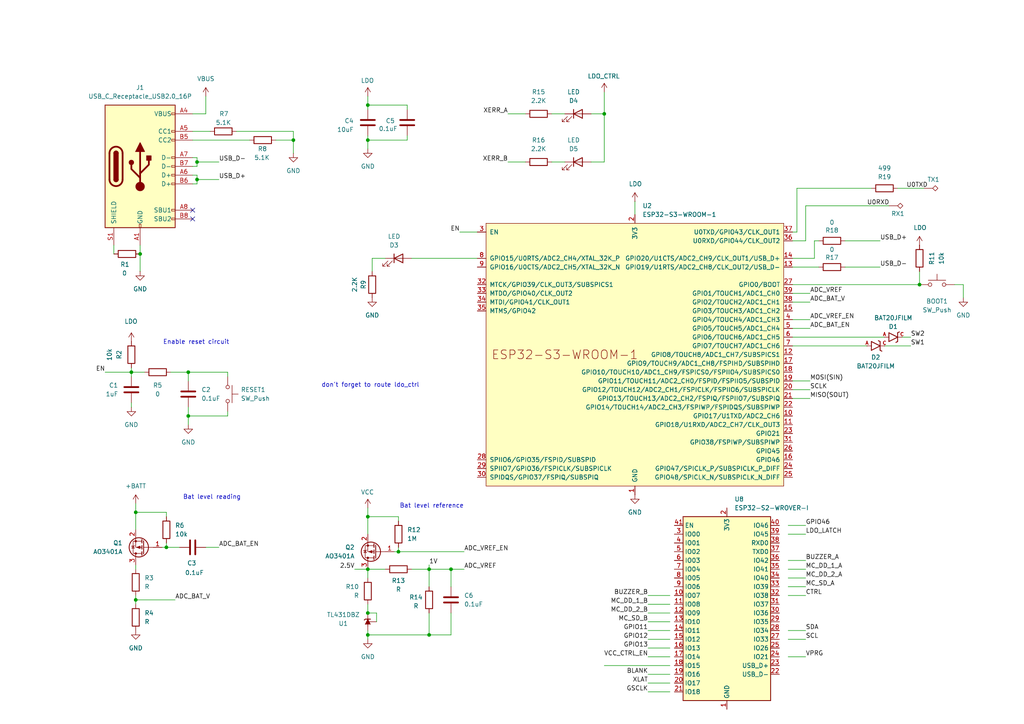
<source format=kicad_sch>
(kicad_sch (version 20231120) (generator "eeschema") (generator_version "8.0")
  (paper "A4")
  (junction (at 419.1 24.13))
  (junction (at 375.92 73.66))
  (junction (at 54.61 120.65))
  (junction (at 327.66 58.42))
  (junction (at 336.55 184.15))
  (junction (at 396.24 144.78))
  (junction (at 124.46 184.15))
  (junction (at 40.64 73.66))
  (junction (at 106.68 149.86))
  (junction (at 57.15 52.07))
  (junction (at 347.98 120.65))
  (junction (at 403.86 134.62))
  (junction (at 322.58 72.39))
  (junction (at 414.02 134.62))
  (junction (at 383.54 180.34))
  (junction (at 57.15 46.99))
  (junction (at 106.68 165.1))
  (junction (at 175.26 33.02))
  (junction (at 447.04 60.96))
  (junction (at 316.23 58.42))
  (junction (at 326.39 189.23))
  (junction (at 85.09 40.64))
  (junction (at 396.24 121.92))
  (junction (at 124.46 165.1))
  (junction (at 381 33.02))
  (junction (at 430.53 134.62))
  (junction (at 336.55 172.72))
  (junction (at 48.26 158.75))
  (junction (at 389.89 58.42))
  (junction (at 115.57 160.02))
  (junction (at 383.54 190.5))
  (junction (at 266.7 82.55))
  (junction (at 313.69 120.65))
  (junction (at 130.81 165.1))
  (junction (at 335.28 137.16))
  (junction (at 106.68 177.8))
  (junction (at 389.89 45.72))
  (junction (at 342.9 66.04))
  (junction (at 415.29 110.49))
  (junction (at 402.59 121.92))
  (junction (at 106.68 30.48))
  (junction (at 406.4 134.62))
  (junction (at 364.49 58.42))
  (junction (at 106.68 40.64))
  (junction (at 401.32 58.42))
  (junction (at 38.1 107.95))
  (junction (at 397.51 13.97))
  (junction (at 39.37 148.59))
  (junction (at 408.94 72.39))
  (junction (at 430.53 124.46))
  (junction (at 331.47 203.2))
  (junction (at 408.94 45.72))
  (junction (at 342.9 58.42))
  (junction (at 389.89 33.02))
  (junction (at 397.51 24.13))
  (junction (at 54.61 107.95))
  (junction (at 39.37 173.99))
  (junction (at 106.68 184.15))
  (no_connect (at 55.88 63.5))
  (no_connect (at 55.88 60.96))
  (wire (pts (xy 57.15 46.99) (xy 63.5 46.99)))
  (wire (pts (xy 447.04 64.77) (xy 447.04 60.96)))
  (wire (pts (xy -27.94 57.15) (xy -33.02 57.15)))
  (wire (pts (xy 403.86 134.62) (xy 396.24 134.62)))
  (wire (pts (xy 266.7 78.74) (xy 266.7 82.55)))
  (wire (pts (xy 233.68 154.94) (xy 228.6 154.94)))
  (wire (pts (xy 336.55 194.31) (xy 336.55 203.2)))
  (wire (pts (xy 408.94 43.18) (xy 408.94 45.72)))
  (wire (pts (xy 398.78 180.34) (xy 383.54 180.34)))
  (wire (pts (xy -74.93 132.08) (xy -74.93 135.89)))
  (wire (pts (xy 367.03 58.42) (xy 364.49 58.42)))
  (wire (pts (xy 55.88 53.34) (xy 57.15 53.34)))
  (wire (pts (xy 396.24 129.54) (xy 396.24 121.92)))
  (wire (pts (xy 361.95 69.85) (xy 364.49 69.85)))
  (wire (pts (xy -78.74 62.23) (xy -83.82 62.23)))
  (wire (pts (xy 313.69 132.08) (xy 313.69 137.16)))
  (wire (pts (xy -82.55 139.7) (xy -80.01 139.7)))
  (wire (pts (xy 408.94 45.72) (xy 414.02 45.72)))
  (wire (pts (xy 106.68 165.1) (xy 106.68 167.64)))
  (wire (pts (xy 384.81 64.77) (xy 387.35 64.77)))
  (wire (pts (xy -30.48 187.96) (xy -30.48 191.77)))
  (wire (pts (xy 130.81 184.15) (xy 124.46 184.15)))
  (wire (pts (xy 106.68 177.8) (xy 106.68 175.26)))
  (wire (pts (xy 430.53 135.89) (xy 430.53 134.62)))
  (wire (pts (xy 384.81 110.49) (xy 388.62 110.49)))
  (wire (pts (xy -58.42 83.82) (xy -53.34 83.82)))
  (wire (pts (xy -58.42 78.74) (xy -53.34 78.74)))
  (wire (pts (xy 313.69 124.46) (xy 313.69 120.65)))
  (wire (pts (xy 106.68 40.64) (xy 118.11 40.64)))
  (wire (pts (xy 327.66 68.58) (xy 327.66 72.39)))
  (wire (pts (xy 55.88 38.1) (xy 60.96 38.1)))
  (wire (pts (xy 171.45 46.99) (xy 175.26 46.99)))
  (wire (pts (xy -102.87 86.36) (xy -107.95 86.36)))
  (wire (pts (xy -53.34 59.69) (xy -58.42 59.69)))
  (wire (pts (xy -53.34 54.61) (xy -58.42 54.61)))
  (wire (pts (xy 365.76 63.5) (xy 365.76 73.66)))
  (wire (pts (xy 106.68 39.37) (xy 106.68 40.64)))
  (wire (pts (xy 107.95 74.93) (xy 107.95 78.74)))
  (wire (pts (xy 102.87 165.1) (xy 106.68 165.1)))
  (wire (pts (xy 57.15 52.07) (xy 57.15 53.34)))
  (wire (pts (xy 124.46 165.1) (xy 130.81 165.1)))
  (wire (pts (xy -27.94 49.53) (xy -33.02 49.53)))
  (wire (pts (xy 187.96 175.26) (xy 194.31 175.26)))
  (wire (pts (xy 383.54 189.23) (xy 383.54 190.5)))
  (wire (pts (xy 402.59 110.49) (xy 415.29 110.49)))
  (wire (pts (xy 406.4 144.78) (xy 406.4 143.51)))
  (wire (pts (xy -58.42 81.28) (xy -53.34 81.28)))
  (wire (pts (xy 187.96 200.66) (xy 194.31 200.66)))
  (wire (pts (xy -78.74 69.85) (xy -83.82 69.85)))
  (wire (pts (xy -78.74 54.61) (xy -83.82 54.61)))
  (wire (pts (xy 228.6 165.1) (xy 233.68 165.1)))
  (wire (pts (xy 326.39 189.23) (xy 326.39 193.04)))
  (wire (pts (xy -53.34 33.02) (xy -58.42 33.02)))
  (wire (pts (xy 336.55 170.18) (xy 336.55 172.72)))
  (wire (pts (xy -67.31 118.11) (xy -69.85 118.11)))
  (wire (pts (xy 316.23 58.42) (xy 327.66 58.42)))
  (wire (pts (xy -82.55 118.11) (xy -80.01 118.11)))
  (wire (pts (xy -114.3 135.89) (xy -111.76 135.89)))
  (wire (pts (xy -74.93 110.49) (xy -74.93 114.3)))
  (wire (pts (xy 109.22 177.8) (xy 106.68 177.8)))
  (wire (pts (xy 124.46 184.15) (xy 106.68 184.15)))
  (wire (pts (xy 336.55 182.88) (xy 336.55 184.15)))
  (wire (pts (xy 335.28 137.16) (xy 347.98 137.16)))
  (wire (pts (xy 236.22 69.85) (xy 236.22 74.93)))
  (wire (pts (xy 48.26 158.75) (xy 48.26 157.48)))
  (wire (pts (xy 38.1 107.95) (xy 41.91 107.95)))
  (wire (pts (xy -53.34 64.77) (xy -58.42 64.77)))
  (wire (pts (xy 264.16 100.33) (xy 256.54 100.33)))
  (wire (pts (xy 349.25 196.85) (xy 351.79 196.85)))
  (wire (pts (xy -27.94 54.61) (xy -33.02 54.61)))
  (wire (pts (xy 54.61 120.65) (xy 54.61 118.11)))
  (wire (pts (xy -104.14 59.69) (xy -109.22 59.69)))
  (wire (pts (xy 419.1 15.24) (xy 419.1 24.13)))
  (wire (pts (xy 229.87 82.55) (xy 266.7 82.55)))
  (wire (pts (xy 279.4 82.55) (xy 279.4 86.36)))
  (wire (pts (xy -104.14 35.56) (xy -109.22 35.56)))
  (wire (pts (xy 331.47 205.74) (xy 331.47 203.2)))
  (wire (pts (xy 233.68 182.88) (xy 228.6 182.88)))
  (wire (pts (xy -78.74 33.02) (xy -83.82 33.02)))
  (wire (pts (xy -106.68 128.27) (xy -106.68 132.08)))
  (wire (pts (xy 187.96 195.58) (xy 194.31 195.58)))
  (wire (pts (xy 229.87 77.47) (xy 237.49 77.47)))
  (wire (pts (xy 231.14 67.31) (xy 231.14 54.61)))
  (wire (pts (xy 109.22 180.34) (xy 109.22 177.8)))
  (wire (pts (xy -49.53 138.43) (xy -49.53 142.24)))
  (wire (pts (xy 106.68 184.15) (xy 106.68 185.42)))
  (wire (pts (xy 39.37 148.59) (xy 39.37 153.67)))
  (wire (pts (xy -78.74 38.1) (xy -83.82 38.1)))
  (wire (pts (xy -104.14 49.53) (xy -109.22 49.53)))
  (wire (pts (xy 430.53 118.11) (xy 430.53 124.46)))
  (wire (pts (xy 364.49 68.58) (xy 367.03 68.58)))
  (wire (pts (xy -27.94 33.02) (xy -33.02 33.02)))
  (wire (pts (xy 389.89 45.72) (xy 406.4 45.72)))
  (wire (pts (xy -53.34 30.48) (xy -58.42 30.48)))
  (wire (pts (xy 402.59 113.03) (xy 402.59 110.49)))
  (wire (pts (xy 414.02 60.96) (xy 414.02 72.39)))
  (wire (pts (xy 261.62 97.79) (xy 264.16 97.79)))
  (wire (pts (xy 347.98 116.84) (xy 347.98 120.65)))
  (wire (pts (xy 30.48 107.95) (xy 38.1 107.95)))
  (wire (pts (xy 377.19 195.58) (xy 398.78 195.58)))
  (wire (pts (xy 233.68 69.85) (xy 233.68 59.69)))
  (wire (pts (xy 383.54 190.5) (xy 391.16 190.5)))
  (wire (pts (xy 419.1 33.02) (xy 419.1 24.13)))
  (wire (pts (xy 57.15 50.8) (xy 57.15 52.07)))
  (wire (pts (xy 118.11 31.75) (xy 118.11 30.48)))
  (wire (pts (xy -78.74 19.05) (xy -83.82 19.05)))
  (wire (pts (xy 175.26 46.99) (xy 175.26 33.02)))
  (wire (pts (xy 326.39 200.66) (xy 326.39 203.2)))
  (wire (pts (xy 402.59 121.92) (xy 407.67 121.92)))
  (wire (pts (xy 393.7 110.49) (xy 396.24 110.49)))
  (wire (pts (xy 316.23 72.39) (xy 316.23 68.58)))
  (wire (pts (xy 229.87 95.25) (xy 234.95 95.25)))
  (wire (pts (xy -78.74 21.59) (xy -83.82 21.59)))
  (wire (pts (xy 49.53 107.95) (xy 54.61 107.95)))
  (wire (pts (xy 46.99 158.75) (xy 48.26 158.75)))
  (wire (pts (xy 406.4 134.62) (xy 406.4 135.89)))
  (wire (pts (xy 160.02 46.99) (xy 163.83 46.99)))
  (wire (pts (xy 415.29 107.95) (xy 415.29 110.49)))
  (wire (pts (xy 335.28 137.16) (xy 335.28 140.97)))
  (wire (pts (xy 401.32 58.42) (xy 414.02 58.42)))
  (wire (pts (xy -53.34 62.23) (xy -58.42 62.23)))
  (wire (pts (xy -39.37 187.96) (xy -39.37 191.77)))
  (wire (pts (xy 54.61 120.65) (xy 54.61 123.19)))
  (wire (pts (xy -104.14 54.61) (xy -109.22 54.61)))
  (wire (pts (xy 175.26 193.04) (xy 194.31 193.04)))
  (wire (pts (xy 80.01 40.64) (xy 85.09 40.64)))
  (wire (pts (xy -104.14 62.23) (xy -109.22 62.23)))
  (wire (pts (xy 425.45 143.51) (xy 414.02 143.51)))
  (wire (pts (xy 124.46 177.8) (xy 124.46 184.15)))
  (wire (pts (xy 48.26 149.86) (xy 48.26 148.59)))
  (wire (pts (xy -82.55 83.82) (xy -77.47 83.82)))
  (wire (pts (xy 59.69 27.94) (xy 59.69 33.02)))
  (wire (pts (xy -104.14 19.05) (xy -109.22 19.05)))
  (wire (pts (xy -104.14 52.07) (xy -109.22 52.07)))
  (wire (pts (xy 381 29.21) (xy 381 33.02)))
  (wire (pts (xy 106.68 149.86) (xy 106.68 154.94)))
  (wire (pts (xy -27.94 67.31) (xy -33.02 67.31)))
  (wire (pts (xy -53.34 69.85) (xy -58.42 69.85)))
  (wire (pts (xy 66.04 120.65) (xy 54.61 120.65)))
  (wire (pts (xy 133.35 67.31) (xy 138.43 67.31)))
  (wire (pts (xy 393.7 121.92) (xy 396.24 121.92)))
  (wire (pts (xy 40.64 73.66) (xy 40.64 78.74)))
  (wire (pts (xy 351.79 172.72) (xy 336.55 172.72)))
  (wire (pts (xy -78.74 64.77) (xy -83.82 64.77)))
  (wire (pts (xy 342.9 66.04) (xy 342.9 58.42)))
  (wire (pts (xy 326.39 189.23) (xy 328.93 189.23)))
  (wire (pts (xy -78.74 57.15) (xy -83.82 57.15)))
  (wire (pts (xy -78.74 67.31) (xy -83.82 67.31)))
  (wire (pts (xy -107.95 81.28) (xy -102.87 81.28)))
  (wire (pts (xy 436.88 124.46) (xy 430.53 124.46)))
  (wire (pts (xy -104.14 67.31) (xy -109.22 67.31)))
  (wire (pts (xy 85.09 44.45) (xy 85.09 40.64)))
  (wire (pts (xy 387.35 64.77) (xy 387.35 66.04)))
  (wire (pts (xy 396.24 146.05) (xy 396.24 144.78)))
  (wire (pts (xy 66.04 120.65) (xy 66.04 119.38)))
  (wire (pts (xy 39.37 173.99) (xy 50.8 173.99)))
  (wire (pts (xy 350.52 69.85) (xy 354.33 69.85)))
  (wire (pts (xy -48.26 187.96) (xy -48.26 191.77)))
  (wire (pts (xy -104.14 57.15) (xy -109.22 57.15)))
  (wire (pts (xy 57.15 45.72) (xy 57.15 46.99)))
  (wire (pts (xy -27.94 38.1) (xy -33.02 38.1)))
  (wire (pts (xy -99.06 170.18) (xy -101.6 170.18)))
  (wire (pts (xy -27.94 86.36) (xy -33.02 86.36)))
  (wire (pts (xy 384.81 121.92) (xy 388.62 121.92)))
  (wire (pts (xy 435.61 58.42) (xy 439.42 58.42)))
  (wire (pts (xy 313.69 116.84) (xy 313.69 120.65)))
  (wire (pts (xy 326.39 203.2) (xy 331.47 203.2)))
  (wire (pts (xy -53.34 35.56) (xy -58.42 35.56)))
  (wire (pts (xy 402.59 120.65) (xy 402.59 121.92)))
  (wire (pts (xy 107.95 74.93) (xy 111.76 74.93)))
  (wire (pts (xy 234.95 113.03) (xy 229.87 113.03)))
  (wire (pts (xy 187.96 182.88) (xy 194.31 182.88)))
  (wire (pts (xy 364.49 58.42) (xy 364.49 60.96)))
  (wire (pts (xy 375.92 72.39) (xy 375.92 73.66)))
  (wire (pts (xy -53.34 52.07) (xy -58.42 52.07)))
  (wire (pts (xy -27.94 59.69) (xy -33.02 59.69)))
  (wire (pts (xy 381 33.02) (xy 381 36.83)))
  (wire (pts (xy -78.74 30.48) (xy -83.82 30.48)))
  (wire (pts (xy 236.22 74.93) (xy 229.87 74.93)))
  (wire (pts (xy 327.66 58.42) (xy 342.9 58.42)))
  (wire (pts (xy -35.56 170.18) (xy -33.02 170.18)))
  (wire (pts (xy -27.94 30.48) (xy -33.02 30.48)))
  (wire (pts (xy 184.15 58.42) (xy 184.15 62.23)))
  (wire (pts (xy 187.96 190.5) (xy 194.31 190.5)))
  (wire (pts (xy 321.31 189.23) (xy 326.39 189.23)))
  (wire (pts (xy -27.94 19.05) (xy -33.02 19.05)))
  (wire (pts (xy 115.57 158.75) (xy 115.57 160.02)))
  (wire (pts (xy 389.89 58.42) (xy 392.43 58.42)))
  (wire (pts (xy -78.74 46.99) (xy -83.82 46.99)))
  (wire (pts (xy -20.32 170.18) (xy -22.86 170.18)))
  (wire (pts (xy -53.34 49.53) (xy -58.42 49.53)))
  (wire (pts (xy 187.96 187.96) (xy 194.31 187.96)))
  (wire (pts (xy -104.14 46.99) (xy -109.22 46.99)))
  (wire (pts (xy -106.68 106.68) (xy -106.68 110.49)))
  (wire (pts (xy 54.61 107.95) (xy 66.04 107.95)))
  (wire (pts (xy 381 33.02) (xy 389.89 33.02)))
  (wire (pts (xy 256.54 97.79) (xy 229.87 97.79)))
  (wire (pts (xy 347.98 124.46) (xy 347.98 120.65)))
  (wire (pts (xy 430.53 124.46) (xy 430.53 134.62)))
  (wire (pts (xy 229.87 67.31) (xy 231.14 67.31)))
  (wire (pts (xy 160.02 33.02) (xy 163.83 33.02)))
  (wire (pts (xy 342.9 120.65) (xy 347.98 120.65)))
  (wire (pts (xy -27.94 21.59) (xy -33.02 21.59)))
  (wire (pts (xy 408.94 45.72) (xy 408.94 72.39)))
  (wire (pts (xy 364.49 69.85) (xy 364.49 68.58)))
  (wire (pts (xy -99.06 114.3) (xy -101.6 114.3)))
  (wire (pts (xy 40.64 71.12) (xy 40.64 73.66)))
  (wire (pts (xy 318.77 123.19) (xy 327.66 123.19)))
  (wire (pts (xy 367.03 63.5) (xy 365.76 63.5)))
  (wire (pts (xy -104.14 38.1) (xy -109.22 38.1)))
  (wire (pts (xy -104.14 33.02) (xy -109.22 33.02)))
  (wire (pts (xy 187.96 172.72) (xy 194.31 172.72)))
  (wire (pts (xy -53.34 21.59) (xy -58.42 21.59)))
  (wire (pts (xy -106.68 162.56) (xy -106.68 166.37)))
  (wire (pts (xy 408.94 72.39) (xy 401.32 72.39)))
  (wire (pts (xy 316.23 54.61) (xy 316.23 58.42)))
  (wire (pts (xy -27.94 52.07) (xy -33.02 52.07)))
  (wire (pts (xy 229.87 110.49) (xy 234.95 110.49)))
  (wire (pts (xy 233.68 59.69) (xy 257.81 59.69)))
  (wire (pts (xy 38.1 106.68) (xy 38.1 107.95)))
  (wire (pts (xy -82.55 78.74) (xy -77.47 78.74)))
  (wire (pts (xy -78.74 16.51) (xy -83.82 16.51)))
  (wire (pts (xy 327.66 58.42) (xy 327.66 60.96)))
  (wire (pts (xy 389.89 33.02) (xy 389.89 45.72)))
  (wire (pts (xy 229.87 92.71) (xy 234.95 92.71)))
  (wire (pts (xy -99.06 135.89) (xy -101.6 135.89)))
  (wire (pts (xy 119.38 165.1) (xy 124.46 165.1)))
  (wire (pts (xy 187.96 180.34) (xy 194.31 180.34)))
  (wire (pts (xy 59.69 158.75) (xy 63.5 158.75)))
  (wire (pts (xy 335.28 130.81) (xy 335.28 137.16)))
  (wire (pts (xy -78.74 170.18) (xy -76.2 170.18)))
  (wire (pts (xy 251.46 100.33) (xy 229.87 100.33)))
  (wire (pts (xy 228.6 167.64) (xy 233.68 167.64)))
  (wire (pts (xy 55.88 48.26) (xy 57.15 48.26)))
  (wire (pts (xy 313.69 137.16) (xy 335.28 137.16)))
  (wire (pts (xy 55.88 45.72) (xy 57.15 45.72)))
  (wire (pts (xy 336.55 184.15) (xy 344.17 184.15)))
  (wire (pts (xy -53.34 19.05) (xy -58.42 19.05)))
  (wire (pts (xy -104.14 21.59) (xy -109.22 21.59)))
  (wire (pts (xy 397.51 24.13) (xy 407.67 24.13)))
  (wire (pts (xy -77.47 86.36) (xy -82.55 86.36)))
  (wire (pts (xy 106.68 147.32) (xy 106.68 149.86)))
  (wire (pts (xy -53.34 16.51) (xy -58.42 16.51)))
  (wire (pts (xy 228.6 172.72) (xy 233.68 172.72)))
  (wire (pts (xy -104.14 16.51) (xy -109.22 16.51)))
  (wire (pts (xy 39.37 146.05) (xy 39.37 148.59)))
  (wire (pts (xy 228.6 162.56) (xy 233.68 162.56)))
  (wire (pts (xy 384.81 68.58) (xy 384.81 72.39)))
  (wire (pts (xy 130.81 165.1) (xy 130.81 170.18)))
  (wire (pts (xy -34.29 138.43) (xy -34.29 142.24)))
  (wire (pts (xy 138.43 74.93) (xy 119.38 74.93)))
  (wire (pts (xy 350.52 66.04) (xy 354.33 66.04)))
  (wire (pts (xy 187.96 185.42) (xy 194.31 185.42)))
  (wire (pts (xy -78.74 59.69) (xy -83.82 59.69)))
  (wire (pts (xy 54.61 107.95) (xy 54.61 110.49)))
  (wire (pts (xy 124.46 163.83) (xy 124.46 165.1)))
  (wire (pts (xy 245.11 69.85) (xy 255.27 69.85)))
  (wire (pts (xy 57.15 46.99) (xy 57.15 48.26)))
  (wire (pts (xy 389.89 33.02) (xy 392.43 33.02)))
  (wire (pts (xy -33.02 83.82) (xy -27.94 83.82)))
  (wire (pts (xy 234.95 115.57) (xy 229.87 115.57)))
  (wire (pts (xy 401.32 60.96) (xy 401.32 58.42)))
  (wire (pts (xy 118.11 40.64) (xy 118.11 39.37)))
  (wire (pts (xy 147.32 46.99) (xy 152.4 46.99)))
  (wire (pts (xy 279.4 82.55) (xy 276.86 82.55)))
  (wire (pts (xy 447.04 60.96) (xy 447.04 58.42)))
  (wire (pts (xy 327.66 72.39) (xy 322.58 72.39)))
  (wire (pts (xy -107.95 78.74) (xy -102.87 78.74)))
  (wire (pts (xy 106.68 182.88) (xy 106.68 184.15)))
  (wire (pts (xy 401.32 68.58) (xy 401.32 72.39)))
  (wire (pts (xy 391.16 13.97) (xy 391.16 15.24)))
  (wire (pts (xy 351.79 196.85) (xy 351.79 189.23)))
  (wire (pts (xy 396.24 121.92) (xy 402.59 121.92)))
  (wire (pts (xy 228.6 190.5) (xy 233.68 190.5)))
  (wire (pts (xy 233.68 152.4) (xy 228.6 152.4)))
  (wire (pts (xy 375.92 73.66) (xy 375.92 74.93)))
  (wire (pts (xy 396.24 110.49) (xy 396.24 121.92)))
  (wire (pts (xy 231.14 54.61) (xy 252.73 54.61)))
  (wire (pts (xy -53.34 38.1) (xy -58.42 38.1)))
  (wire (pts (xy 400.05 58.42) (xy 401.32 58.42)))
  (wire (pts (xy 313.69 120.65) (xy 327.66 120.65)))
  (wire (pts (xy 391.16 13.97) (xy 397.51 13.97)))
  (wire (pts (xy 39.37 163.83) (xy 39.37 165.1)))
  (wire (pts (xy -27.94 69.85) (xy -33.02 69.85)))
  (wire (pts (xy 171.45 33.02) (xy 175.26 33.02)))
  (wire (pts (xy 384.81 58.42) (xy 389.89 58.42)))
  (wire (pts (xy 389.89 58.42) (xy 389.89 45.72)))
  (wire (pts (xy 396.24 139.7) (xy 396.24 144.78)))
  (wire (pts (xy -71.12 162.56) (xy -71.12 166.37)))
  (wire (pts (xy 383.54 180.34) (xy 383.54 181.61)))
  (wire (pts (xy 106.68 43.18) (xy 106.68 40.64)))
  (wire (pts (xy -104.14 64.77) (xy -109.22 64.77)))
  (wire (pts (xy -27.94 162.56) (xy -27.94 166.37)))
  (wire (pts (xy 68.58 38.1) (xy 85.09 38.1)))
  (wire (pts (xy 397.51 13.97) (xy 397.51 24.13)))
  (wire (pts (xy 322.58 72.39) (xy 316.23 72.39)))
  (wire (pts (xy 316.23 58.42) (xy 316.23 60.96)))
  (wire (pts (xy 33.02 71.12) (xy 33.02 73.66)))
  (wire (pts (xy 397.51 12.7) (xy 397.51 13.97)))
  (wire (pts (xy 435.61 60.96) (xy 447.04 60.96)))
  (wire (pts (xy 234.95 87.63) (xy 229.87 87.63)))
  (wire (pts (xy 361.95 66.04) (xy 367.03 66.04)))
  (wire (pts (xy -78.74 52.07) (xy -83.82 52.07)))
  (wire (pts (xy 342.9 66.04) (xy 342.9 69.85)))
  (wire (pts (xy 130.81 177.8) (xy 130.81 184.15)))
  (wire (pts (xy 260.35 54.61) (xy 267.97 54.61)))
  (wire (pts (xy 134.62 160.02) (xy 115.57 160.02)))
  (wire (pts (xy 175.26 33.02) (xy 175.26 26.67)))
  (wire (pts (xy 38.1 116.84) (xy 38.1 118.11)))
  (wire (pts (xy 414.02 72.39) (xy 408.94 72.39)))
  (wire (pts (xy -33.02 78.74) (xy -27.94 78.74)))
  (wire (pts (xy 403.86 134.62) (xy 406.4 134.62)))
  (wire (pts (xy -27.94 64.77) (xy -33.02 64.77)))
  (wire (pts (xy 228.6 170.18) (xy 233.68 170.18)))
  (wire (pts (xy 55.88 50.8) (xy 57.15 50.8)))
  (wire (pts (xy 39.37 173.99) (xy 39.37 175.26)))
  (wire (pts (xy 229.87 69.85) (xy 233.68 69.85)))
  (wire (pts (xy 440.69 143.51) (xy 435.61 143.51)))
  (wire (pts (xy -104.14 69.85) (xy -109.22 69.85)))
  (wire (pts (xy 436.88 124.46) (xy 436.88 125.73)))
  (wire (pts (xy 233.68 185.42) (xy 228.6 185.42)))
  (wire (pts (xy 414.02 134.62) (xy 417.83 134.62)))
  (wire (pts (xy 106.68 27.94) (xy 106.68 30.48)))
  (wire (pts (xy -107.95 83.82) (xy -102.87 83.82)))
  (wire (pts (xy -114.3 114.3) (xy -111.76 114.3)))
  (wire (pts (xy 38.1 109.22) (xy 38.1 107.95)))
  (wire (pts (xy 396.24 144.78) (xy 406.4 144.78)))
  (wire (pts (xy -82.55 81.28) (xy -77.47 81.28)))
  (wire (pts (xy -104.14 30.48) (xy -109.22 30.48)))
  (wire (pts (xy 406.4 45.72) (xy 406.4 43.18)))
  (wire (pts (xy 124.46 165.1) (xy 124.46 170.18)))
  (wire (pts (xy -53.34 67.31) (xy -58.42 67.31)))
  (wire (pts (xy 106.68 165.1) (xy 111.76 165.1)))
  (wire (pts (xy 364.49 60.96) (xy 367.03 60.96)))
  (wire (pts (xy 236.22 69.85) (xy 237.49 69.85)))
  (wire (pts (xy 245.11 77.47) (xy 255.27 77.47)))
  (wire (pts (xy 147.32 33.02) (xy 152.4 33.02)))
  (wire (pts (xy -27.94 16.51) (xy -33.02 16.51)))
  (wire (pts (xy 115.57 151.13) (xy 115.57 149.86)))
  (wire (pts (xy 377.19 190.5) (xy 383.54 190.5)))
  (wire (pts (xy -21.59 187.96) (xy -21.59 191.77)))
  (wire (pts (xy -53.34 57.15) (xy -58.42 57.15)))
  (wire (pts (xy -27.94 46.99) (xy -33.02 46.99)))
  (wire (pts (xy 365.76 73.66) (xy 375.92 73.66)))
  (wire (pts (xy 336.55 172.72) (xy 336.55 175.26)))
  (wire (pts (xy 234.95 85.09) (xy 229.87 85.09)))
  (wire (pts (xy 115.57 160.02) (xy 114.3 160.02)))
  (wire (pts (xy 57.15 52.07) (xy 63.5 52.07)))
  (wire (pts (xy -27.94 62.23) (xy -33.02 62.23)))
  (wire (pts (xy 55.88 40.64) (xy 72.39 40.64)))
  (wire (pts (xy 115.57 149.86) (xy 106.68 149.86)))
  (wire (pts (xy 383.54 177.8) (xy 383.54 180.34)))
  (wire (pts (xy -27.94 35.56) (xy -33.02 35.56)))
  (wire (pts (xy -21.59 138.43) (xy -21.59 142.24)))
  (wire (pts (xy -41.91 138.43) (xy -41.91 142.24)))
  (wire (pts (xy 398.78 180.34) (xy 398.78 185.42)))
  (wire (pts (xy 187.96 177.8) (xy 194.31 177.8)))
  (wire (pts (xy -78.74 35.56) (xy -83.82 35.56)))
  (wire (pts (xy 106.68 30.48) (xy 118.11 30.48)))
  (wire (pts (xy -78.74 49.53) (xy -83.82 49.53)))
  (wire (pts (xy -33.02 81.28) (xy -27.94 81.28)))
  (wire (pts (xy 342.9 58.42) (xy 364.49 58.42)))
  (wire (pts (xy -67.31 139.7) (xy -69.85 139.7)))
  (wire (pts (xy 347.98 132.08) (xy 347.98 137.16)))
  (wire (pts (xy -114.3 170.18) (xy -111.76 170.18)))
  (wire (pts (xy 406.4 134.62) (xy 414.02 134.62)))
  (wire (pts (xy 397.51 25.4) (xy 397.51 24.13)))
  (wire (pts (xy 66.04 107.95) (xy 66.04 109.22)))
  (wire (pts (xy 187.96 198.12) (xy 194.31 198.12)))
  (wire (pts (xy 414.02 143.51) (xy 414.02 134.62)))
  (wire (pts (xy 351.79 172.72) (xy 351.79 179.07)))
  (wire (pts (xy 85.09 38.1) (xy 85.09 40.64)))
  (wire (pts (xy 412.75 24.13) (xy 419.1 24.13)))
  (wire (pts (xy -53.34 86.36) (xy -58.42 86.36)))
  (wire (pts (xy 331.47 203.2) (xy 336.55 203.2)))
  (wire (pts (xy 415.29 110.49) (xy 415.29 116.84)))
  (wire (pts (xy 106.68 31.75) (xy 106.68 30.48)))
  (wire (pts (xy 48.26 158.75) (xy 52.07 158.75)))
  (wire (pts (xy 39.37 172.72) (xy 39.37 173.99)))
  (wire (pts (xy 402.59 33.02) (xy 419.1 33.02)))
  (wire (pts (xy 55.88 33.02) (xy 59.69 33.02)))
  (wire (pts (xy 48.26 148.59) (xy 39.37 148.59)))
  (wire (pts (xy 415.29 130.81) (xy 415.29 127)))
  (wire (pts (xy -63.5 170.18) (xy -66.04 170.18)))
  (wire (pts (xy 422.91 134.62) (xy 430.53 134.62)))
  (wire (pts (xy 130.81 165.1) (xy 134.62 165.1)))
  (wire (pts (xy -53.34 46.99) (xy -58.42 46.99)))
  (rectangle (start -53.34 101.6) (end -10.16 114.3))
  (rectangle (start -124.46 182.88) (end -58.42 198.12))
  (rectangle (start 365.76 99.06) (end 459.74 154.94))
  (rectangle (start 302.26 2.54) (end 459.74 88.9))
  (rectangle (start -124.46 101.6) (end -58.42 149.86))
  (rectangle (start -124.46 157.48) (end -10.16 177.8))
  (rectangle (start -124.46 2.54) (end -10.16 93.98))
  (rectangle (start -53.34 182.88) (end -10.16 198.12))
  (rectangle (start 302.26 162.56) (end 414.02 210.82))
  (rectangle (start 302.26 99.06) (end 360.68 154.94))
  (rectangle (start -53.34 119.38) (end -10.16 149.86))
  (text "GPIO (Extra)" (at -47.498 181.356 0) (effects (font (size 1.27 1.27))))
  (text "don't forget to route ldo_ctrl" (at 107.442 111.76 0) (effects (font (size 1.27 1.27))))
  (text "Connectors" (at -119.38 1.016 0) (effects (font (size 1.27 1.27))))
  (text "Bat level reference" (at 125.222 146.812 0) (effects (font (size 1.27 1.27))))
  (text "Mounting Holes" (at -46.228 100.076 0) (effects (font (size 1.27 1.27))))
  (text "TCL Order" (at -120.142 155.448 0) (effects (font (size 1.27 1.27))))
  (text "Enable reset circuit" (at 56.896 99.314 0) (effects (font (size 1.27 1.27))))
  (text "A _|_ B" (at -67.056 154.94 0) (effects (font (size 1.27 1.27))))
  (text "Power-on circuit" (at 373.888 97.536 0) (effects (font (size 1.27 1.27))))
  (text "Bat level reading" (at 61.468 144.272 0) (effects (font (size 1.27 1.27))))
  (text "Regulator" (at 306.578 97.282 0) (effects (font (size 1.27 1.27))))
  (text "Power Output Control" (at 312.674 160.782 0) (effects (font (size 1.27 1.27))))
  (text "Battery Management" (at 311.912 0.762 0) (effects (font (size 1.27 1.27))))
  (text "Signal Selection" (at -116.586 99.568 0) (effects (font (size 1.27 1.27))))
  (text "GND" (at -122.428 181.61 0) (effects (font (size 1.27 1.27))))
  (label "GND" (at -27.94 69.85 0))
  (label "ALT_A" (at -78.74 49.53 0))
  (label "ADC_BAT_EN" (at 63.5 158.75 0))
  (label "XLAT" (at -53.34 57.15 0))
  (label "VCC_CTRL_EN" (at 321.31 189.23 180))
  (label "GND" (at -104.14 21.59 0))
  (label "LDO_EN" (at 415.29 130.81 180))
  (label "LDO_LATCH" (at 233.68 154.94 0))
  (label "GND" (at -27.94 86.36 0))
  (label "GND" (at -27.94 38.1 0))
  (label "GPIO13" (at 187.96 187.96 180))
  (label "LDO_EN" (at 318.77 123.19 0))
  (label "VCC_CTRL" (at -34.29 138.43 0))
  (label "BUZZER_A" (at -77.47 83.82 0))
  (label "1V" (at -41.91 138.43 0))
  (label "GSCLK" (at -53.34 52.07 0))
  (label "BLANK" (at -78.74 54.61 0))
  (label "LDO_CTRL" (at -21.59 138.43 0))
  (label "GND" (at -77.47 86.36 0))
  (label "GPIO12" (at -39.37 187.96 0))
  (label "CTRL" (at 233.68 172.72 0))
  (label "ADC_VREF_EN" (at 134.62 160.02 0))
  (label "BLANK" (at -27.94 54.61 0))
  (label "SIN_A" (at -114.3 170.18 180))
  (label "SW2" (at 384.81 121.92 180))
  (label "SIN_B" (at -99.06 170.18 0))
  (label "MISO(SOUT)" (at 234.95 115.57 0))
  (label "XLAT" (at -78.74 57.15 0))
  (label "SIN_A" (at -78.74 170.18 180))
  (label "SW1" (at -106.68 106.68 0))
  (label "SCLK" (at -78.74 62.23 0))
  (label "ALT_B" (at -27.94 49.53 0))
  (label "MC_SD_B" (at -53.34 35.56 0))
  (label "GND" (at -104.14 38.1 0))
  (label "EN" (at 30.48 107.95 180))
  (label "BLANK" (at 187.96 195.58 180))
  (label "SOUT_B" (at -53.34 67.31 0))
  (label "LDO_LATCH" (at 440.69 143.51 0))
  (label "ADC_BAT_V" (at 234.95 87.63 0))
  (label "SCLK" (at -27.94 62.23 0))
  (label "SW1" (at 384.81 110.49 180))
  (label "ALT_B" (at -53.34 49.53 0))
  (label "VCC_CTRL" (at -77.47 78.74 0))
  (label "USB_D-" (at 63.5 46.99 0))
  (label "MC_DD_1_B" (at -53.34 30.48 0))
  (label "GND" (at -53.34 86.36 0))
  (label "USB_D+" (at 255.27 69.85 0))
  (label "ALT_A" (at -74.93 110.49 0))
  (label "SOUT_B" (at -27.94 67.31 0))
  (label "BUZZER_B" (at -53.34 83.82 0))
  (label "VCC_CTRL" (at -102.87 78.74 0))
  (label "XERR_A" (at -78.74 59.69 0))
  (label "CTRL" (at -67.31 118.11 0))
  (label "USB_D+" (at 63.5 52.07 0))
  (label "VPRG" (at 233.68 190.5 0))
  (label "MC_DD_2_B" (at -53.34 33.02 0))
  (label "GPIO11" (at 187.96 182.88 180))
  (label "LDO_CTRL" (at -77.47 81.28 0))
  (label "GPIO46" (at -21.59 187.96 0))
  (label "SIN_B" (at -27.94 64.77 0))
  (label "MISO(SOUT)" (at -35.56 170.18 180))
  (label "BUZZER_B" (at -27.94 83.82 0))
  (label "MOSI(SIN)" (at 234.95 110.49 0))
  (label "GPIO12" (at 187.96 185.42 180))
  (label "SW1" (at 264.16 100.33 0))
  (label "GSCLK" (at 187.96 200.66 180))
  (label "SIN_A" (at -78.74 64.77 0))
  (label "VPRG" (at -27.94 46.99 0))
  (label "VCC_CTRL" (at -53.34 78.74 0))
  (label "BUZZER_A" (at 233.68 162.56 0))
  (label "SW1_A" (at -104.14 16.51 0))
  (label "ALT_B" (at -74.93 132.08 0))
  (label "XLAT" (at 187.96 198.12 180))
  (label "GND" (at -104.14 69.85 0))
  (label "MC_SD_A" (at -78.74 35.56 0))
  (label "GND" (at -53.34 38.1 0))
  (label "SCLK" (at -53.34 62.23 0))
  (label "MC_SD_A" (at -104.14 35.56 0))
  (label "VPRG" (at -78.74 46.99 0))
  (label "MC_DD_2_B" (at -27.94 33.02 0))
  (label "XERR_B" (at -27.94 59.69 0))
  (label "ADC_VREF" (at 134.62 165.1 0))
  (label "SW2_B" (at -53.34 19.05 0))
  (label "-BATT" (at 414.02 45.72 0))
  (label "SW2_A" (at -78.74 19.05 0))
  (label "BLANK" (at -104.14 54.61 0))
  (label "XERR_A" (at -104.14 59.69 0))
  (label "BUZZER_B" (at 187.96 172.72 180))
  (label "MC_DD_2_B" (at 187.96 177.8 180))
  (label "2.5V" (at -49.53 138.43 0))
  (label "SDA" (at 233.68 182.88 0))
  (label "EN" (at 133.35 67.31 180))
  (label "MC_DD_2_A" (at -104.14 33.02 0))
  (label "SW2_B" (at -99.06 135.89 0))
  (label "SW2" (at 264.16 97.79 0))
  (label "LDO_CTRL" (at -82.55 139.7 180))
  (label "SW2_B" (at -27.94 19.05 0))
  (label "LDO_CTRL_EN" (at 377.19 190.5 180))
  (label "ADC_BAT_V" (at 50.8 173.99 0))
  (label "U0RXD" (at 251.46 59.69 0))
  (label "MC_DD_1_A" (at -78.74 30.48 0))
  (label "VPRG" (at -104.14 46.99 0))
  (label "GND" (at -53.34 69.85 0))
  (label "MC_DD_1_B" (at -27.94 30.48 0))
  (label "1V" (at 124.46 163.83 0))
  (label "VCC_CTRL_EN" (at 187.96 190.5 180))
  (label "ADC_VREF" (at 234.95 85.09 0))
  (label "LDO_CTRL" (at -53.34 81.28 0))
  (label "GPIO13" (at -30.48 187.96 0))
  (label "LDO_CTRL" (at 377.19 195.58 180))
  (label "U0TXD" (at 262.89 54.61 0))
  (label "LDO_CTRL" (at -82.55 118.11 180))
  (label "MC_SD_A" (at 233.68 170.18 0))
  (label "SW1_B" (at -27.94 16.51 0))
  (label "LDO_CTRL" (at -27.94 81.28 0))
  (label "BUZZER_A" (at -102.87 83.82 0))
  (label "MC_SD_B" (at -27.94 35.56 0))
  (label "MC_DD_2_A" (at 233.68 167.64 0))
  (label "MC_SD_B" (at 187.96 180.34 180))
  (label "MC_DD_1_A" (at -104.14 30.48 0))
  (label "ADC_BAT_EN" (at 234.95 95.25 0))
  (label "SCLK" (at 234.95 113.03 0))
  (label "SW1_A" (at -114.3 114.3 180))
  (label "GND" (at -53.34 21.59 0))
  (label "GND" (at -27.94 21.59 0))
  (label "MC_DD_2_A" (at -78.74 33.02 0))
  (label "GND" (at -102.87 86.36 0))
  (label "SCLK" (at -104.14 62.23 0))
  (label "SCL" (at 233.68 185.42 0))
  (label "LDO_CTRL" (at -102.87 81.28 0))
  (label "SOUT_B" (at -71.12 162.56 0))
  (label "SW1_A" (at -78.74 16.51 0))
  (label "SIN_A" (at -104.14 64.77 0))
  (label "SW1_B" (at -99.06 114.3 0))
  (label "GND" (at -78.74 21.59 0))
  (label "CTRL" (at -67.31 139.7 0))
  (label "GSCLK" (at -104.14 52.07 0))
  (label "SW1_B" (at -53.34 16.51 0))
  (label "ALT_A" (at -104.14 49.53 0))
  (label "SW2_A" (at -104.14 19.05 0))
  (label "SOUT_A" (at -104.14 67.31 0))
  (label "VCC_CTRL" (at -27.94 78.74 0))
  (label "MC_DD_1_B" (at 187.96 175.26 180))
  (label "SIN_B" (at -20.32 170.18 0))
  (label "SW2_A" (at -114.3 135.89 180))
  (label "XERR_A" (at 147.32 33.02 180))
  (label "MOSI(SIN)" (at -106.68 162.56 0))
  (label "XERR_B" (at 147.32 46.99 180))
  (label "VPRG" (at -53.34 46.99 0))
  (label "MC_DD_1_A" (at 233.68 165.1 0))
  (label "GPIO11" (at -48.26 187.96 0))
  (label "SW2" (at -106.68 128.27 0))
  (label "BLANK" (at -53.34 54.61 0))
  (label "XLAT" (at -27.94 57.15 0))
  (label "2.5V" (at 102.87 165.1 180))
  (label "GSCLK" (at -27.94 52.07 0))
  (label "ADC_VREF_EN" (at 234.95 92.71 0))
  (label "VCC_CTRL" (at 349.25 196.85 180))
  (label "MISO(SOUT)" (at -63.5 170.18 0))
  (label "GSCLK" (at -78.74 52.07 0))
  (label "SIN_B" (at -53.34 64.77 0))
  (label "GPIO46" (at 233.68 152.4 0))
  (label "SOUT_A" (at -27.94 162.56 0))
  (label "GND" (at -78.74 38.1 0))
  (label "SOUT_A" (at -78.74 67.31 0))
  (label "XERR_B" (at -53.34 59.69 0))
  (label "XLAT" (at -104.14 57.15 0))
  (label "GND" (at -78.74 69.85 0))
  (label "USB_D-" (at 255.27 77.47 0))
  (symbol (lib_id "Connector:TestPoint_Alt") (at -17.78 128.27 180) (unit 1)
    (property "Reference" "LDO1" (at -19.812 134.112 0) (effects (justify right)))
    (property "Value" "TestPoint_Alt" (effects (hide yes)))
    (property "Footprint" "TestPoint:TestPoint_Pad_D1.5mm" (effects (hide yes)))
    (property "Description" "test point (alternative shape)" (effects (hide yes)))
  )
  (symbol (lib_id "Connector:TestPoint_Alt") (at -21.59 191.77 180) (unit 1)
    (property "Reference" "P46" (at -20.574 191.77 0) (effects (justify right)))
    (property "Value" "TestPoint_Alt" (effects (hide yes)))
    (property "Footprint" "TestPoint:TestPoint_Pad_D1.5mm" (effects (hide yes)))
    (property "Description" "test point (alternative shape)" (effects (hide yes)))
  )
  (symbol (lib_id "Connector:TestPoint_Alt") (at -30.48 191.77 180) (unit 1)
    (property "Reference" "P13" (at -29.464 191.77 0) (effects (justify right)))
    (property "Value" "TestPoint_Alt" (effects (hide yes)))
    (property "Footprint" "TestPoint:TestPoint_Pad_D1.5mm" (effects (hide yes)))
    (property "Description" "test point (alternative shape)" (effects (hide yes)))
  )
  (symbol (lib_id "power:+BATT") (at 381 29.21 0) (unit 1)
    (property "Reference" "#PWR044" (effects (hide yes)))
    (property "Value" "+BATT" (at 381 24.13 0))
    (property "Description" "Power symbol creates a global label with name \"+BATT\"" (effects (hide yes)))
  )
  (symbol (lib_id "Connector:TestPoint_Alt") (at -25.4 128.27 180) (unit 1)
    (property "Reference" "B-1" (at -26.924 134.112 0) (effects (justify right)))
    (property "Value" "TestPoint_Alt" (effects (hide yes)))
    (property "Footprint" "TestPoint:TestPoint_Pad_D1.5mm" (effects (hide yes)))
    (property "Description" "test point (alternative shape)" (effects (hide yes)))
  )
  (symbol (lib_id "Device:R") (at 241.3 77.47 90) (unit 1)
    (property "Reference" "R17" (at 241.3 74.676 90))
    (property "Value" "0" (at 241.3 72.39 90))
    (property "Footprint" "Resistor_SMD:R_0603_1608Metric_Pad0.98x0.95mm_HandSolder" (effects (hide yes)))
    (property "Description" "Resistor" (effects (hide yes)))
  )
  (symbol (lib_id "Connector:Conn_01x03_Pin") (at -38.1 19.05 0) (unit 1)
    (property "Reference" "SW_C4" (at -36.068 12.446 0))
    (property "Value" "Conn_01x03_Pin" (effects (hide yes)))
    (property "Footprint" "Connector_PinHeader_1.27mm:PinHeader_1x03_P1.27mm_Vertical" (effects (hide yes)))
    (property "Description" "Generic connector, single row, 01x03, script generated" (effects (hide yes)))
  )
  (symbol (lib_id "power:+3.3V") (at 38.1 99.06 0) (unit 1)
    (property "Reference" "#PWR012" (effects (hide yes)))
    (property "Value" "LDO" (at 36.068 93.218 0) (effects (justify left)))
    (property "Description" "Power symbol creates a global label with name \"+3.3V\"" (effects (hide yes)))
  )
  (symbol (lib_id "power:VBUS") (at -48.26 128.27 0) (unit 1)
    (property "Reference" "#PWR08" (effects (hide yes)))
    (property "Value" "VBUS" (at -48.26 123.19 0))
    (property "Description" "Power symbol creates a global label with name \"VBUS\"" (effects (hide yes)))
  )
  (symbol (lib_id "BAT20JFILM:BAT20JFILM") (at 254 100.33 0) (mirror x) (unit 1)
    (property "Reference" "D2" (at 254 103.632 0))
    (property "Value" "BAT20JFILM" (at 254 106.172 0))
    (property "Footprint" "BAT20JFILM:SOD-323" (effects (hide yes)))
    (property "MF" "STMicroelectronics" (effects (hide yes)))
    (property "Description_1" "\n                        \n                            Diode Schottky 23 V 1A Surface Mount SOD-323\n                        \n" (effects (hide yes)))
    (property "Package" "SOD-323 STMicroelectronics" (effects (hide yes)))
    (property "Price" "None" (effects (hide yes)))
    (property "Check_prices" "https://www.snapeda.com/parts/BAT20JFILM/STMicroelectronics/view-part/?ref=eda" (effects (hide yes)))
    (property "VALUE" "BAT20JFILM" (effects (hide yes)))
    (property "SnapEDA_Link" "https://www.snapeda.com/parts/BAT20JFILM/STMicroelectronics/view-part/?ref=snap" (effects (hide yes)))
    (property "PROD_ID" "DIO-11623" (effects (hide yes)))
    (property "Availability" "In Stock" (effects (hide yes)))
    (property "MP" "BAT20JFILM" (effects (hide yes)))
  )
  (symbol (lib_id "Device:R") (at 402.59 116.84 0) (unit 1)
    (property "Reference" "R32" (at 405.13 115.5699 0) (effects (justify left)))
    (property "Value" "1M" (at 405.13 118.1099 0) (effects (justify left)))
    (property "Footprint" "Capacitor_SMD:C_0603_1608Metric_Pad1.08x0.95mm_HandSolder" (effects (hide yes)))
    (property "Description" "Resistor" (effects (hide yes)))
  )
  (symbol (lib_id "power:+3.3V") (at 175.26 26.67 0) (unit 1)
    (property "Reference" "#PWR029" (effects (hide yes)))
    (property "Value" "LDO_CTRL" (at 170.434 22.098 0) (effects (justify left)))
    (property "Description" "Power symbol creates a global label with name \"+3.3V\"" (effects (hide yes)))
  )
  (symbol (lib_id "Connector:Conn_01x10_Pin") (at -114.3 57.15 0) (unit 1)
    (property "Reference" "DD1" (at -112.268 42.672 0))
    (property "Value" "Conn_01x10_Pin" (effects (hide yes)))
    (property "Footprint" "Connector_PinHeader_1.27mm:PinHeader_1x10_P1.27mm_Vertical" (effects (hide yes)))
    (property "Description" "Generic connector, single row, 01x10, script generated" (effects (hide yes)))
  )
  (symbol (lib_id "Transistor_FET:AO3400A") (at 398.78 134.62 0) (mirror y) (unit 1)
    (property "Reference" "Q7" (at 391.668 133.096 0) (effects (justify left)))
    (property "Value" "AO3400A" (at 391.668 135.636 0) (effects (justify left)))
    (property "Footprint" "Package_TO_SOT_SMD:SOT-23" (effects (hide yes)))
    (property "Datasheet" "http://www.aosmd.com/pdfs/datasheet/AO3400A.pdf" (effects (hide yes)))
    (property "Description" "30V Vds, 5.7A Id, N-Channel MOSFET, SOT-23" (effects (hide yes)))
  )
  (symbol (lib_id "Jumper:SolderJumper_3_Open") (at -74.93 139.7 0) (mirror x) (unit 1)
    (property "Reference" "ALT_B1" (at -75.438 145.288 0))
    (property "Value" "SolderJumper_3_Open" (effects (hide yes)))
    (property "Footprint" "Jumper:SolderJumper-3_P1.3mm_Open_RoundedPad1.0x1.5mm_NumberLabels" (effects (hide yes)))
    (property "Description" "Solder Jumper, 3-pole, open" (effects (hide yes)))
  )
  (symbol (lib_id "Connector:TestPoint_Alt") (at -49.53 142.24 180) (unit 1)
    (property "Reference" "2.5V1" (at -48.514 142.24 0) (effects (justify right)))
    (property "Value" "TestPoint_Alt" (effects (hide yes)))
    (property "Footprint" "TestPoint:TestPoint_Pad_D1.5mm" (effects (hide yes)))
    (property "Description" "test point (alternative shape)" (effects (hide yes)))
  )
  (symbol (lib_id "Device:LED") (at 167.64 46.99 0) (unit 1)
    (property "Reference" "D5" (at 166.37 43.18 0))
    (property "Value" "LED" (at 166.37 40.64 0))
    (property "Footprint" "LED_SMD:LED_0603_1608Metric_Pad1.05x0.95mm_HandSolder" (effects (hide yes)))
    (property "Description" "Light emitting diode" (effects (hide yes)))
  )
  (symbol (lib_id "Connector:TestPoint_Alt") (at 267.97 54.61 270) (mirror x) (unit 1)
    (property "Reference" "TX1" (at 272.542 52.07 90) (effects (justify right)))
    (property "Value" "TestPoint_Alt" (effects (hide yes)))
    (property "Footprint" "TestPoint:TestPoint_Pad_D1.5mm" (effects (hide yes)))
    (property "Description" "test point (alternative shape)" (effects (hide yes)))
  )
  (symbol (lib_id "Device:R") (at 156.21 33.02 90) (unit 1)
    (property "Reference" "R15" (at 156.21 26.67 90))
    (property "Value" "2.2K" (at 156.21 29.21 90))
    (property "Footprint" "Resistor_SMD:R_0603_1608Metric_Pad0.98x0.95mm_HandSolder" (effects (hide yes)))
    (property "Description" "Resistor" (effects (hide yes)))
  )
  (symbol (lib_id "Jumper:SolderJumper_3_Open") (at -106.68 114.3 0) (mirror x) (unit 1)
    (property "Reference" "SW_1" (at -107.188 119.888 0))
    (property "Value" "SolderJumper_3_Open" (effects (hide yes)))
    (property "Footprint" "Jumper:SolderJumper-3_P1.3mm_Open_RoundedPad1.0x1.5mm_NumberLabels" (effects (hide yes)))
    (property "Description" "Solder Jumper, 3-pole, open" (effects (hide yes)))
  )
  (symbol (lib_id "Connector:Conn_01x04_Pin") (at -87.63 81.28 0) (unit 1)
    (property "Reference" "PWR2" (at -86.106 75.184 0))
    (property "Value" "Conn_01x04_Pin" (effects (hide yes)))
    (property "Footprint" "Connector_PinHeader_1.27mm:PinHeader_1x04_P1.27mm_Vertical" (effects (hide yes)))
    (property "Description" "Generic connector, single row, 01x04, script generated" (effects (hide yes)))
  )
  (symbol (lib_id "power:GND") (at -92.71 190.5 0) (unit 1)
    (property "Reference" "#PWR04" (effects (hide yes)))
    (property "Value" "GND" (at -92.71 194.818 0))
    (property "Description" "Power symbol creates a global label with name \"GND\" , ground" (effects (hide yes)))
  )
  (symbol (lib_id "Device:R") (at 38.1 102.87 0) (mirror y) (unit 1)
    (property "Reference" "R2" (at 34.544 102.87 90))
    (property "Value" "10k" (at 31.75 102.87 90))
    (property "Footprint" "Resistor_SMD:R_0603_1608Metric_Pad0.98x0.95mm_HandSolder" (effects (hide yes)))
    (property "Description" "Resistor" (effects (hide yes)))
  )
  (symbol (lib_id "Device:R") (at 383.54 185.42 0) (mirror y) (unit 1)
    (property "Reference" "R28" (at 381 184.1499 0) (effects (justify left)))
    (property "Value" "1M" (at 381 186.6899 0) (effects (justify left)))
    (property "Footprint" "Resistor_SMD:R_0603_1608Metric_Pad0.98x0.95mm_HandSolder" (effects (hide yes)))
    (property "Description" "Resistor" (effects (hide yes)))
  )
  (symbol (lib_id "Connector:TestPoint_Alt") (at -74.93 190.5 0) (unit 1)
    (property "Reference" "GND6" (at -69.342 189.738 0) (effects (justify right)))
    (property "Value" "TestPoint_Alt" (effects (hide yes)))
    (property "Footprint" "TestPoint:TestPoint_Pad_D1.5mm" (effects (hide yes)))
    (property "Description" "test point (alternative shape)" (effects (hide yes)))
  )
  (symbol (lib_id "Device:R") (at 384.81 76.2 0) (unit 1)
    (property "Reference" "R29" (at 387.35 74.93 0) (effects (justify left)))
    (property "Value" "R" (at 387.35 77.47 0) (effects (justify left)))
    (property "Footprint" "Resistor_SMD:R_0603_1608Metric_Pad0.98x0.95mm_HandSolder" (effects (hide yes)))
    (property "Description" "Resistor" (effects (hide yes)))
  )
  (symbol (lib_id "power:GND") (at 40.64 78.74 0) (unit 1)
    (property "Reference" "#PWR016" (effects (hide yes)))
    (property "Value" "GND" (at 40.64 83.82 0))
    (property "Description" "Power symbol creates a global label with name \"GND\" , ground" (effects (hide yes)))
  )
  (symbol (lib_id "Connector:Conn_01x03_Pin") (at -88.9 19.05 0) (unit 1)
    (property "Reference" "SW_C2" (at -86.868 12.446 0))
    (property "Value" "Conn_01x03_Pin" (effects (hide yes)))
    (property "Footprint" "Connector_PinHeader_1.27mm:PinHeader_1x03_P1.27mm_Vertical" (effects (hide yes)))
    (property "Description" "Generic connector, single row, 01x03, script generated" (effects (hide yes)))
  )
  (symbol (lib_id "Device:R") (at 36.83 73.66 270) (mirror x) (unit 1)
    (property "Reference" "R1" (at 37.592 76.708 90) (effects (justify right)))
    (property "Value" "0" (at 36.83 79.248 90) (effects (justify right)))
    (property "Footprint" "Resistor_SMD:R_0603_1608Metric_Pad0.98x0.95mm_HandSolder" (effects (hide yes)))
    (property "Description" "Resistor" (effects (hide yes)))
  )
  (symbol (lib_id "power:GND") (at 335.28 140.97 0) (unit 1)
    (property "Reference" "#PWR040" (effects (hide yes)))
    (property "Value" "GND" (at 335.28 146.05 0))
    (property "Description" "Power symbol creates a global label with name \"GND\" , ground" (effects (hide yes)))
  )
  (symbol (lib_id "Connector:TestPoint_Alt") (at -21.59 142.24 180) (unit 1)
    (property "Reference" "LDO_1" (at -20.574 141.986 0) (effects (justify right)))
    (property "Value" "TestPoint_Alt" (effects (hide yes)))
    (property "Footprint" "TestPoint:TestPoint_Pad_D1.5mm" (effects (hide yes)))
    (property "Description" "test point (alternative shape)" (effects (hide yes)))
  )
  (symbol (lib_id "Device:R") (at 115.57 154.94 0) (unit 1)
    (property "Reference" "R12" (at 118.11 153.6699 0) (effects (justify left)))
    (property "Value" "1M" (at 118.11 156.2099 0) (effects (justify left)))
    (property "Footprint" "Resistor_SMD:R_0603_1608Metric_Pad0.98x0.95mm_HandSolder" (effects (hide yes)))
    (property "Description" "Resistor" (effects (hide yes)))
  )
  (symbol (lib_id "Device:R") (at 256.54 54.61 90) (mirror x) (unit 1)
    (property "Reference" "R19" (at 256.54 51.308 90))
    (property "Value" "499" (at 256.54 48.768 90))
    (property "Footprint" "Capacitor_SMD:C_0603_1608Metric_Pad1.08x0.95mm_HandSolder" (effects (hide yes)))
    (property "Description" "Resistor" (effects (hide yes)))
  )
  (symbol (lib_id "power:+BATT") (at -25.4 128.27 0) (unit 1)
    (property "Reference" "#PWR058" (effects (hide yes)))
    (property "Value" "-BATT" (at -25.4 123.19 0))
    (property "Description" "Power symbol creates a global label with name \"+BATT\"" (effects (hide yes)))
  )
  (symbol (lib_id "Device:R") (at 336.55 179.07 0) (mirror y) (unit 1)
    (property "Reference" "R25" (at 334.01 177.7999 0) (effects (justify left)))
    (property "Value" "1M" (at 334.01 180.3399 0) (effects (justify left)))
    (property "Footprint" "Resistor_SMD:R_0603_1608Metric_Pad0.98x0.95mm_HandSolder" (effects (hide yes)))
    (property "Description" "Resistor" (effects (hide yes)))
  )
  (symbol (lib_id "power:+3.3V") (at 266.7 71.12 0) (mirror y) (unit 1)
    (property "Reference" "#PWR026" (effects (hide yes)))
    (property "Value" "LDO" (at 264.922 66.04 0) (effects (justify right)))
    (property "Description" "Power symbol creates a global label with name \"+3.3V\"" (effects (hide yes)))
  )
  (symbol (lib_id "power:VCC") (at 336.55 170.18 0) (unit 1)
    (property "Reference" "#PWR041" (effects (hide yes)))
    (property "Value" "VCC" (at 336.55 165.862 0))
    (property "Description" "Power symbol creates a global label with name \"VCC\"" (effects (hide yes)))
  )
  (symbol (lib_id "power:VCC") (at 313.69 116.84 0) (unit 1)
    (property "Reference" "#PWR036" (effects (hide yes)))
    (property "Value" "VCC" (at 313.69 111.76 0))
    (property "Description" "Power symbol creates a global label with name \"VCC\"" (effects (hide yes)))
  )
  (symbol (lib_id "Transistor_FET:AO3400A") (at 334.01 189.23 0) (unit 1)
    (property "Reference" "Q3" (at 340.106 188.214 0) (effects (justify left)))
    (property "Value" "AO3400A" (at 340.106 190.754 0) (effects (justify left)))
    (property "Footprint" "Package_TO_SOT_SMD:SOT-23" (effects (hide yes)))
    (property "Datasheet" "http://www.aosmd.com/pdfs/datasheet/AO3400A.pdf" (effects (hide yes)))
    (property "Description" "30V Vds, 5.7A Id, N-Channel MOSFET, SOT-23" (effects (hide yes)))
  )
  (symbol (lib_id "power:GND") (at 384.81 80.01 0) (unit 1)
    (property "Reference" "#PWR047" (effects (hide yes)))
    (property "Value" "GND" (at 384.81 85.09 0))
    (property "Description" "Power symbol creates a global label with name \"GND\" , ground" (effects (hide yes)))
  )
  (symbol (lib_id "Device:R") (at 45.72 107.95 90) (unit 1)
    (property "Reference" "R5" (at 45.72 111.76 90))
    (property "Value" "0" (at 45.72 114.3 90))
    (property "Footprint" "Resistor_SMD:R_0603_1608Metric_Pad0.98x0.95mm_HandSolder" (effects (hide yes)))
    (property "Description" "Resistor" (effects (hide yes)))
  )
  (symbol (lib_id "Device:C") (at 316.23 64.77 0) (unit 1)
    (property "Reference" "C14" (at 307.34 63.5 0) (effects (justify left)))
    (property "Value" "100nF" (at 306.07 66.04 0) (effects (justify left)))
    (property "Footprint" "Capacitor_SMD:C_0603_1608Metric_Pad1.08x0.95mm_HandSolder" (effects (hide yes)))
    (property "Description" "Unpolarized capacitor" (effects (hide yes)))
  )
  (symbol (lib_id "power:+5V") (at 316.23 54.61 0) (unit 1)
    (property "Reference" "#PWR037" (effects (hide yes)))
    (property "Value" "VBUS" (at 313.69 49.276 0) (effects (justify left)))
    (property "Description" "Power symbol creates a global label with name \"+5V\"" (effects (hide yes)))
  )
  (symbol (lib_id "power:GND") (at 38.1 118.11 0) (unit 1)
    (property "Reference" "#PWR013" (effects (hide yes)))
    (property "Value" "GND" (at 38.1 123.19 0))
    (property "Description" "Power symbol creates a global label with name \"GND\" , ground" (effects (hide yes)))
  )
  (symbol (lib_id "Device:C") (at 347.98 128.27 0) (unit 1)
    (property "Reference" "C16" (at 351.79 126.9999 0) (effects (justify left)))
    (property "Value" "1uF" (at 351.79 129.5399 0) (effects (justify left)))
    (property "Footprint" "Capacitor_SMD:C_0805_2012Metric_Pad1.18x1.45mm_HandSolder" (effects (hide yes)))
    (property "Description" "Unpolarized capacitor" (effects (hide yes)))
  )
  (symbol (lib_id "Transistor_FET:AO3401A") (at 41.91 158.75 180) (unit 1)
    (property "Reference" "Q1" (at 35.56 157.4799 0) (effects (justify left)))
    (property "Value" "AO3401A" (at 35.56 160.0199 0) (effects (justify left)))
    (property "Footprint" "Package_TO_SOT_SMD:SOT-23" (effects (hide yes)))
    (property "Datasheet" "http://www.aosmd.com/pdfs/datasheet/AO3401A.pdf" (effects (hide yes)))
    (property "Description" "-4.0A Id, -30V Vds, P-Channel MOSFET, SOT-23" (effects (hide yes)))
  )
  (symbol (lib_id "Device:LED") (at 167.64 33.02 0) (unit 1)
    (property "Reference" "D4" (at 166.37 29.21 0))
    (property "Value" "LED" (at 166.37 26.67 0))
    (property "Footprint" "LED_SMD:LED_0603_1608Metric_Pad1.05x0.95mm_HandSolder" (effects (hide yes)))
    (property "Description" "Light emitting diode" (effects (hide yes)))
  )
  (symbol (lib_id "power:+3.3V") (at 106.68 27.94 0) (unit 1)
    (property "Reference" "#PWR021" (effects (hide yes)))
    (property "Value" "LDO" (at 104.648 23.368 0) (effects (justify left)))
    (property "Description" "Power symbol creates a global label with name \"+3.3V\"" (effects (hide yes)))
  )
  (symbol (lib_id "power:VCC") (at 415.29 107.95 0) (unit 1)
    (property "Reference" "#PWR053" (effects (hide yes)))
    (property "Value" "VCC" (at 415.29 102.87 0))
    (property "Description" "Power symbol creates a global label with name \"VCC\"" (effects (hide yes)))
  )
  (symbol (lib_id "power:GND") (at -83.82 190.5 0) (unit 1)
    (property "Reference" "#PWR05" (effects (hide yes)))
    (property "Value" "GND" (at -83.82 194.818 0))
    (property "Description" "Power symbol creates a global label with name \"GND\" , ground" (effects (hide yes)))
  )
  (symbol (lib_id "power:GND") (at -110.49 190.5 0) (unit 1)
    (property "Reference" "#PWR02" (effects (hide yes)))
    (property "Value" "GND" (at -110.49 194.818 0))
    (property "Description" "Power symbol creates a global label with name \"GND\" , ground" (effects (hide yes)))
  )
  (symbol (lib_id "Power_Management:TP4056") (at 369.57 69.85 0) (unit 1)
    (property "Reference" "U6" (at 375.92 52.07 0))
    (property "Value" "TP4056" (at 375.92 54.61 0) (effects (font (size 1.1 1.1))))
    (property "Footprint" "Package_SO:SOIC-8-1EP_3.9x4.9mm_P1.27mm_EP2.29x3mm" (effects (hide yes)))
  )
  (symbol (lib_id "Jumper:SolderJumper_3_Open") (at -106.68 135.89 0) (mirror x) (unit 1)
    (property "Reference" "SW_2" (at -107.188 141.478 0))
    (property "Value" "SolderJumper_3_Open" (effects (hide yes)))
    (property "Footprint" "Jumper:SolderJumper-3_P1.3mm_Open_RoundedPad1.0x1.5mm_NumberLabels" (effects (hide yes)))
    (property "Description" "Solder Jumper, 3-pole, open" (effects (hide yes)))
  )
  (symbol (lib_id "power:+BATT") (at -33.02 128.27 0) (unit 1)
    (property "Reference" "#PWR010" (effects (hide yes)))
    (property "Value" "+BATT" (at -33.02 123.19 0))
    (property "Description" "Power symbol creates a global label with name \"+BATT\"" (effects (hide yes)))
  )
  (symbol (lib_id "BAT20JFILM:BAT20JFILM") (at 391.16 110.49 0) (mirror y) (unit 1)
    (property "Reference" "D8" (at 390.906 114.046 0))
    (property "Value" "BAT20J" (at 391.414 106.426 0))
    (property "Footprint" "BAT20JFILM:SOD-323" (effects (hide yes)))
    (property "MF" "STMicroelectronics" (effects (hide yes)))
    (property "Description_1" "\n                        \n                            Diode Schottky 23 V 1A Surface Mount SOD-323\n                        \n" (effects (hide yes)))
    (property "Package" "SOD-323 STMicroelectronics" (effects (hide yes)))
    (property "Price" "None" (effects (hide yes)))
    (property "Check_prices" "https://www.snapeda.com/parts/BAT20JFILM/STMicroelectronics/view-part/?ref=eda" (effects (hide yes)))
    (property "VALUE" "BAT20JFILM" (effects (hide yes)))
    (property "SnapEDA_Link" "https://www.snapeda.com/parts/BAT20JFILM/STMicroelectronics/view-part/?ref=snap" (effects (hide yes)))
    (property "PROD_ID" "DIO-11623" (effects (hide yes)))
    (property "Availability" "In Stock" (effects (hide yes)))
    (property "MP" "BAT20JFILM" (effects (hide yes)))
  )
  (symbol (lib_id "power:GND") (at 54.61 123.19 0) (unit 1)
    (property "Reference" "#PWR017" (effects (hide yes)))
    (property "Value" "GND" (at 54.61 128.27 0))
    (property "Description" "Power symbol creates a global label with name \"GND\" , ground" (effects (hide yes)))
  )
  (symbol (lib_id "Device:R") (at 266.7 74.93 0) (unit 1)
    (property "Reference" "R11" (at 270.256 74.93 90))
    (property "Value" "10k" (at 273.05 74.93 90))
    (property "Footprint" "Resistor_SMD:R_0603_1608Metric_Pad0.98x0.95mm_HandSolder" (effects (hide yes)))
    (property "Description" "Resistor" (effects (hide yes)))
  )
  (symbol (lib_id "Device:C") (at 55.88 158.75 270) (unit 1)
    (property "Reference" "C3" (at 55.626 163.322 90))
    (property "Value" "0.1uF" (at 56.388 166.116 90))
    (property "Footprint" "Capacitor_SMD:C_0805_2012Metric_Pad1.18x1.45mm_HandSolder" (effects (hide yes)))
    (property "Description" "Unpolarized capacitor" (effects (hide yes)))
  )
  (symbol (lib_id "Mechanical:MountingHole") (at -27.94 110.49 0) (unit 1)
    (property "Reference" "H6" (at -25.146 110.49 0) (effects (justify left)))
    (property "Value" "MountingHole" (effects (hide yes)))
    (property "Footprint" "MountingHole:MountingHole_2mm" (effects (hide yes)))
    (property "Description" "Mounting Hole without connection" (effects (hide yes)))
  )
  (symbol (lib_id "power:GND") (at -119.38 190.5 0) (unit 1)
    (property "Reference" "#PWR01" (effects (hide yes)))
    (property "Value" "GND" (at -119.38 194.818 0))
    (property "Description" "Power symbol creates a global label with name \"GND\" , ground" (effects (hide yes)))
  )
  (symbol (lib_id "Connector:Conn_01x04_Pin") (at -114.3 33.02 0) (unit 1)
    (property "Reference" "CA1" (at -112.776 26.924 0))
    (property "Value" "Conn_01x04_Pin" (effects (hide yes)))
    (property "Footprint" "Connector_PinHeader_1.27mm:PinHeader_1x04_P1.27mm_Vertical" (effects (hide yes)))
    (property "Description" "Generic connector, single row, 01x04, script generated" (effects (hide yes)))
  )
  (symbol (lib_id "Device:C") (at 38.1 113.03 0) (mirror y) (unit 1)
    (property "Reference" "C1" (at 34.29 111.7599 0) (effects (justify left)))
    (property "Value" "1uF" (at 34.29 114.2999 0) (effects (justify left)))
    (property "Footprint" "Capacitor_SMD:C_0805_2012Metric_Pad1.18x1.45mm_HandSolder" (effects (hide yes)))
    (property "Description" "Unpolarized capacitor" (effects (hide yes)))
  )
  (symbol (lib_id "Connector:TestPoint_Alt") (at -40.64 128.27 180) (unit 1)
    (property "Reference" "VCC1" (at -42.672 134.112 0) (effects (justify right)))
    (property "Value" "TestPoint_Alt" (effects (hide yes)))
    (property "Footprint" "TestPoint:TestPoint_Pad_D1.5mm" (effects (hide yes)))
    (property "Description" "test point (alternative shape)" (effects (hide yes)))
  )
  (symbol (lib_id "power:GND") (at 184.15 143.51 0) (unit 1)
    (property "Reference" "#PWR028" (effects (hide yes)))
    (property "Value" "GND" (at 184.15 148.59 0))
    (property "Description" "Power symbol creates a global label with name \"GND\" , ground" (effects (hide yes)))
  )
  (symbol (lib_id "Mechanical:MountingHole") (at -38.1 110.49 0) (unit 1)
    (property "Reference" "H4" (at -35.306 110.49 0) (effects (justify left)))
    (property "Value" "MountingHole" (effects (hide yes)))
    (property "Footprint" "MountingHole:MountingHole_2mm" (effects (hide yes)))
    (property "Description" "Mounting Hole without connection" (effects (hide yes)))
  )
  (symbol (lib_id "BAT20JFILM:BAT20JFILM") (at 410.21 24.13 0) (mirror x) (unit 1)
    (property "Reference" "D10" (at 410.21 17.78 0))
    (property "Value" "BAT20JFILM" (at 410.21 20.32 0))
    (property "Footprint" "BAT20JFILM:SOD-323" (effects (hide yes)))
    (property "MF" "STMicroelectronics" (effects (hide yes)))
    (property "Description_1" "\n                        \n                            Diode Schottky 23 V 1A Surface Mount SOD-323\n                        \n" (effects (hide yes)))
    (property "Package" "SOD-323 STMicroelectronics" (effects (hide yes)))
    (property "Price" "None" (effects (hide yes)))
    (property "Check_prices" "https://www.snapeda.com/parts/BAT20JFILM/STMicroelectronics/view-part/?ref=eda" (effects (hide yes)))
    (property "VALUE" "BAT20JFILM" (effects (hide yes)))
    (property "SnapEDA_Link" "https://www.snapeda.com/parts/BAT20JFILM/STMicroelectronics/view-part/?ref=snap" (effects (hide yes)))
    (property "PROD_ID" "DIO-11623" (effects (hide yes)))
    (property "Availability" "In Stock" (effects (hide yes)))
    (property "MP" "BAT20JFILM" (effects (hide yes)))
  )
  (symbol (lib_id "power:VCC") (at 383.54 177.8 0) (unit 1)
    (property "Reference" "#PWR046" (effects (hide yes)))
    (property "Value" "LDO" (at 383.54 172.72 0))
    (property "Description" "Power symbol creates a global label with name \"VCC\"" (effects (hide yes)))
  )
  (symbol (lib_id "Connector:Conn_01x04_Pin") (at -63.5 33.02 0) (unit 1)
    (property "Reference" "CA3" (at -61.976 26.924 0))
    (property "Value" "Conn_01x04_Pin" (effects (hide yes)))
    (property "Footprint" "Connector_PinHeader_1.27mm:PinHeader_1x04_P1.27mm_Vertical" (effects (hide yes)))
    (property "Description" "Generic connector, single row, 01x04, script generated" (effects (hide yes)))
  )
  (symbol (lib_id "Connector:TestPoint_Alt") (at -48.26 128.27 180) (unit 1)
    (property "Reference" "5V1" (at -49.53 134.112 0) (effects (justify right)))
    (property "Value" "TestPoint_Alt" (effects (hide yes)))
    (property "Footprint" "TestPoint:TestPoint_Pad_D1.5mm" (effects (hide yes)))
    (property "Description" "test point (alternative shape)" (effects (hide yes)))
  )
  (symbol (lib_id "power:GND") (at 447.04 64.77 0) (unit 1)
    (property "Reference" "#PWR052" (effects (hide yes)))
    (property "Value" "GND" (at 447.04 69.85 0))
    (property "Description" "Power symbol creates a global label with name \"GND\" , ground" (effects (hide yes)))
  )
  (symbol (lib_id "power:GND") (at 436.88 133.35 0) (mirror y) (unit 1)
    (property "Reference" "#PWR056" (effects (hide yes)))
    (property "Value" "GND" (at 436.88 138.43 0))
    (property "Description" "Power symbol creates a global label with name \"GND\" , ground" (effects (hide yes)))
  )
  (symbol (lib_id "Device:R") (at 48.26 153.67 0) (unit 1)
    (property "Reference" "R6" (at 50.8 152.3999 0) (effects (justify left)))
    (property "Value" "10k" (at 50.8 154.9399 0) (effects (justify left)))
    (property "Footprint" "Resistor_SMD:R_0603_1608Metric_Pad0.98x0.95mm_HandSolder" (effects (hide yes)))
    (property "Description" "Resistor" (effects (hide yes)))
  )
  (symbol (lib_id "power:GND") (at 387.35 66.04 0) (unit 1)
    (property "Reference" "#PWR048" (effects (hide yes)))
    (property "Value" "GND" (at 387.35 71.12 0))
    (property "Description" "Power symbol creates a global label with name \"GND\" , ground" (effects (hide yes)))
  )
  (symbol (lib_id "Connector:Conn_01x10_Pin") (at -88.9 57.15 0) (unit 1)
    (property "Reference" "DD2" (at -86.868 42.672 0))
    (property "Value" "Conn_01x10_Pin" (effects (hide yes)))
    (property "Footprint" "Connector_PinHeader_1.27mm:PinHeader_1x10_P1.27mm_Vertical" (effects (hide yes)))
    (property "Description" "Generic connector, single row, 01x10, script generated" (effects (hide yes)))
  )
  (symbol (lib_id "Connector:Conn_01x04_Pin") (at -38.1 81.28 0) (unit 1)
    (property "Reference" "PWR4" (at -36.576 75.184 0))
    (property "Value" "Conn_01x04_Pin" (effects (hide yes)))
    (property "Footprint" "Connector_PinHeader_1.27mm:PinHeader_1x04_P1.27mm_Vertical" (effects (hide yes)))
    (property "Description" "Generic connector, single row, 01x04, script generated" (effects (hide yes)))
  )
  (symbol (lib_id "Connector:Conn_01x04_Pin") (at -88.9 33.02 0) (unit 1)
    (property "Reference" "CA2" (at -87.122 26.67 0))
    (property "Value" "Conn_01x04_Pin" (effects (hide yes)))
    (property "Footprint" "Connector_PinHeader_1.27mm:PinHeader_1x04_P1.27mm_Vertical" (effects (hide yes)))
    (property "Description" "Generic connector, single row, 01x04, script generated" (effects (hide yes)))
  )
  (symbol (lib_id "Device:R") (at 107.95 82.55 0) (unit 1)
    (property "Reference" "R9" (at 105.41 82.55 90))
    (property "Value" "2.2K" (at 102.87 82.55 90))
    (property "Footprint" "Resistor_SMD:R_0603_1608Metric_Pad0.98x0.95mm_HandSolder" (effects (hide yes)))
    (property "Description" "Resistor" (effects (hide yes)))
  )
  (symbol (lib_id "Mechanical:MountingHole") (at -27.94 105.41 0) (unit 1)
    (property "Reference" "H5" (at -25.146 105.41 0) (effects (justify left)))
    (property "Value" "MountingHole" (effects (hide yes)))
    (property "Footprint" "MountingHole:MountingHole_2mm" (effects (hide yes)))
    (property "Description" "Mounting Hole without connection" (effects (hide yes)))
  )
  (symbol (lib_id "BAT20JFILM:BAT20JFILM") (at 420.37 134.62 0) (mirror y) (unit 1)
    (property "Reference" "D11" (at 420.37 140.97 0))
    (property "Value" "BAT20J" (at 420.37 138.43 0))
    (property "Footprint" "BAT20JFILM:SOD-323" (effects (hide yes)))
    (property "MF" "STMicroelectronics" (effects (hide yes)))
    (property "Description_1" "\n                        \n                            Diode Schottky 23 V 1A Surface Mount SOD-323\n                        \n" (effects (hide yes)))
    (property "Package" "SOD-323 STMicroelectronics" (effects (hide yes)))
    (property "Price" "None" (effects (hide yes)))
    (property "Check_prices" "https://www.snapeda.com/parts/BAT20JFILM/STMicroelectronics/view-part/?ref=eda" (effects (hide yes)))
    (property "VALUE" "BAT20JFILM" (effects (hide yes)))
    (property "SnapEDA_Link" "https://www.snapeda.com/parts/BAT20JFILM/STMicroelectronics/view-part/?ref=snap" (effects (hide yes)))
    (property "PROD_ID" "DIO-11623" (effects (hide yes)))
    (property "Availability" "In Stock" (effects (hide yes)))
    (property "MP" "BAT20JFILM" (effects (hide yes)))
  )
  (symbol (lib_id "Device:R") (at 406.4 139.7 0) (unit 1)
    (property "Reference" "R33" (at 408.94 138.4299 0) (effects (justify left)))
    (property "Value" "1M" (at 408.94 140.9699 0) (effects (justify left)))
    (property "Footprint" "Capacitor_SMD:C_0603_1608Metric_Pad1.08x0.95mm_HandSolder" (effects (hide yes)))
    (property "Description" "Resistor" (effects (hide yes)))
  )
  (symbol (lib_id "Connector:TestPoint_Alt") (at -83.82 190.5 0) (unit 1)
    (property "Reference" "GND5" (at -78.232 189.738 0) (effects (justify right)))
    (property "Value" "TestPoint_Alt" (effects (hide yes)))
    (property "Footprint" "TestPoint:TestPoint_Pad_D1.5mm" (effects (hide yes)))
    (property "Description" "test point (alternative shape)" (effects (hide yes)))
  )
  (symbol (lib_id "Reference_Voltage:TL431DBZ") (at 106.68 180.34 270) (mirror x) (unit 1)
    (property "Reference" "U1" (at 99.568 180.848 90))
    (property "Value" "TL431DBZ" (at 99.568 178.308 90))
    (property "Footprint" "Package_TO_SOT_SMD:SOT-23" (effects (hide yes)))
    (property "Datasheet" "http://www.ti.com/lit/ds/symlink/tl431.pdf" (effects (hide yes)))
    (property "Description" "Shunt Regulator, SOT-23" (effects (hide yes)))
  )
  (symbol (lib_id "Device:C") (at 313.69 128.27 0) (unit 1)
    (property "Reference" "C13" (at 306.832 128.016 0) (effects (justify left)))
    (property "Value" "1uF" (at 306.832 130.556 0) (effects (justify left)))
    (property "Footprint" "Capacitor_SMD:C_0805_2012Metric_Pad1.18x1.45mm_HandSolder" (effects (hide yes)))
    (property "Description" "Unpolarized capacitor" (effects (hide yes)))
  )
  (symbol (lib_id "Device:R") (at 396.24 58.42 90) (unit 1)
    (property "Reference" "R31" (at 396.24 52.07 90))
    (property "Value" "100" (at 396.24 54.61 90))
    (property "Footprint" "Resistor_SMD:R_0603_1608Metric_Pad0.98x0.95mm_HandSolder" (effects (hide yes)))
    (property "Description" "Resistor" (effects (hide yes)))
  )
  (symbol (lib_id "Connector:TestPoint_Alt") (at -101.6 190.5 0) (unit 1)
    (property "Reference" "GND3" (at -96.012 189.738 0) (effects (justify right)))
    (property "Value" "TestPoint_Alt" (effects (hide yes)))
    (property "Footprint" "TestPoint:TestPoint_Pad_D1.5mm" (effects (hide yes)))
    (property "Description" "test point (alternative shape)" (effects (hide yes)))
  )
  (symbol (lib_id "power:+3.3V") (at 184.15 58.42 0) (unit 1)
    (property "Reference" "#PWR027" (effects (hide yes)))
    (property "Value" "LDO" (at 182.372 53.34 0) (effects (justify left)))
    (property "Description" "Power symbol creates a global label with name \"+3.3V\"" (effects (hide yes)))
  )
  (symbol (lib_id "power:VCC") (at 419.1 15.24 0) (unit 1)
    (property "Reference" "#PWR054" (effects (hide yes)))
    (property "Value" "VCC" (at 419.1 10.16 0))
    (property "Description" "Power symbol creates a global label with name \"VCC\"" (effects (hide yes)))
  )
  (symbol (lib_id "Connector:Conn_01x10_Pin") (at -38.1 57.15 0) (unit 1)
    (property "Reference" "DD4" (at -36.068 42.672 0))
    (property "Value" "Conn_01x10_Pin" (effects (hide yes)))
    (property "Footprint" "Connector_PinHeader_1.27mm:PinHeader_1x10_P1.27mm_Vertical" (effects (hide yes)))
    (property "Description" "Generic connector, single row, 01x10, script generated" (effects (hide yes)))
  )
  (symbol (lib_id "power:GND") (at 39.37 182.88 0) (unit 1)
    (property "Reference" "#PWR015" (effects (hide yes)))
    (property "Value" "GND" (at 39.37 187.96 0))
    (property "Description" "Power symbol creates a global label with name \"GND\" , ground" (effects (hide yes)))
  )
  (symbol (lib_id "Device:LED") (at 346.71 66.04 180) (unit 1)
    (property "Reference" "D6" (at 347.98 59.69 0))
    (property "Value" "LED" (at 347.98 62.23 0))
    (property "Footprint" "LED_SMD:LED_0603_1608Metric_Pad1.05x0.95mm_HandSolder" (effects (hide yes)))
    (property "Description" "Light emitting diode" (effects (hide yes)))
  )
  (symbol (lib_id "Connector:Conn_01x03_Pin") (at -63.5 19.05 0) (unit 1)
    (property "Reference" "SW_C3" (at -61.468 12.446 0))
    (property "Value" "Conn_01x03_Pin" (effects (hide yes)))
    (property "Footprint" "Connector_PinHeader_1.27mm:PinHeader_1x03_P1.27mm_Vertical" (effects (hide yes)))
    (property "Description" "Generic connector, single row, 01x03, script generated" (effects (hide yes)))
  )
  (symbol (lib_id "power:GND") (at -74.93 190.5 0) (unit 1)
    (property "Reference" "#PWR06" (effects (hide yes)))
    (property "Value" "GND" (at -74.93 194.818 0))
    (property "Description" "Power symbol creates a global label with name \"GND\" , ground" (effects (hide yes)))
  )
  (symbol (lib_id "Switch:SW_Push") (at 271.78 82.55 0) (mirror y) (unit 1)
    (property "Reference" "BOOT1" (at 271.78 87.376 0))
    (property "Value" "SW_Push" (at 271.78 89.916 0))
    (property "Footprint" "Luis:Button_3x4x2.5" (effects (hide yes)))
    (property "Description" "Push button switch, generic, two pins" (effects (hide yes)))
  )
  (symbol (lib_id "power:GND") (at 322.58 72.39 0) (unit 1)
    (property "Reference" "#PWR038" (effects (hide yes)))
    (property "Value" "GND" (at 322.58 77.47 0))
    (property "Description" "Power symbol creates a global label with name \"GND\" , ground" (effects (hide yes)))
  )
  (symbol (lib_id "Mechanical:MountingHole") (at -48.26 110.49 0) (unit 1)
    (property "Reference" "H2" (at -45.466 110.49 0) (effects (justify left)))
    (property "Value" "MountingHole" (effects (hide yes)))
    (property "Footprint" "MountingHole:MountingHole_2mm" (effects (hide yes)))
    (property "Description" "Mounting Hole without connection" (effects (hide yes)))
  )
  (symbol (lib_id "Device:R") (at 326.39 196.85 0) (unit 1)
    (property "Reference" "R24" (at 328.93 195.5799 0) (effects (justify left)))
    (property "Value" "1M" (at 328.93 198.1199 0) (effects (justify left)))
    (property "Footprint" "Resistor_SMD:R_0603_1608Metric_Pad0.98x0.95mm_HandSolder" (effects (hide yes)))
    (property "Description" "Resistor" (effects (hide yes)))
  )
  (symbol (lib_id "BAT20JFILM:BAT20JFILM") (at 259.08 97.79 0) (unit 1)
    (property "Reference" "D1" (at 259.08 94.742 0))
    (property "Value" "BAT20JFILM" (at 259.08 92.202 0))
    (property "Footprint" "BAT20JFILM:SOD-323" (effects (hide yes)))
    (property "MF" "STMicroelectronics" (effects (hide yes)))
    (property "Description_1" "\n                        \n                            Diode Schottky 23 V 1A Surface Mount SOD-323\n                        \n" (effects (hide yes)))
    (property "Package" "SOD-323 STMicroelectronics" (effects (hide yes)))
    (property "Price" "None" (effects (hide yes)))
    (property "Check_prices" "https://www.snapeda.com/parts/BAT20JFILM/STMicroelectronics/view-part/?ref=eda" (effects (hide yes)))
    (property "VALUE" "BAT20JFILM" (effects (hide yes)))
    (property "SnapEDA_Link" "https://www.snapeda.com/parts/BAT20JFILM/STMicroelectronics/view-part/?ref=snap" (effects (hide yes)))
    (property "PROD_ID" "DIO-11623" (effects (hide yes)))
    (property "Availability" "In Stock" (effects (hide yes)))
    (property "MP" "BAT20JFILM" (effects (hide yes)))
  )
  (symbol (lib_id "Jumper:SolderJumper_3_Open") (at -74.93 118.11 0) (mirror x) (unit 1)
    (property "Reference" "ALT_A1" (at -75.438 123.698 0))
    (property "Value" "SolderJumper_3_Open" (effects (hide yes)))
    (property "Footprint" "Jumper:SolderJumper-3_P1.3mm_Open_RoundedPad1.0x1.5mm_NumberLabels" (effects (hide yes)))
    (property "Description" "Solder Jumper, 3-pole, open" (effects (hide yes)))
  )
  (symbol (lib_id "Device:R") (at 241.3 69.85 90) (unit 1)
    (property "Reference" "R18" (at 241.3 66.802 90))
    (property "Value" "0" (at 241.3 64.516 90))
    (property "Footprint" "Resistor_SMD:R_0603_1608Metric_Pad0.98x0.95mm_HandSolder" (effects (hide yes)))
    (property "Description" "Resistor" (effects (hide yes)))
  )
  (symbol (lib_id "Switch:SW_Push") (at 66.04 114.3 270) (unit 1)
    (property "Reference" "RESET1" (at 69.85 113.0299 90) (effects (justify left)))
    (property "Value" "SW_Push" (at 69.85 115.5699 90) (effects (justify left)))
    (property "Footprint" "Luis:Button_3x4x2.5" (effects (hide yes)))
    (property "Description" "Push button switch, generic, two pins" (effects (hide yes)))
  )
  (symbol (lib_id "Device:R") (at 39.37 168.91 0) (unit 1)
    (property "Reference" "R3" (at 41.91 167.6399 0) (effects (justify left)))
    (property "Value" "R" (at 41.91 170.1799 0) (effects (justify left)))
    (property "Footprint" "Resistor_SMD:R_0603_1608Metric_Pad0.98x0.95mm_HandSolder" (effects (hide yes)))
    (property "Description" "Resistor" (effects (hide yes)))
  )
  (symbol (lib_id "Power_Management:FS312MH") (at 416.56 64.77 0) (unit 1)
    (property "Reference" "U7" (at 424.815 50.8 0))
    (property "Value" "FS312MH" (at 424.815 53.34 0))
    (property "Footprint" "Package_TO_SOT_SMD:SOT-23-6_Handsoldering" (effects (hide yes)))
  )
  (symbol (lib_id "Device:C") (at 106.68 35.56 0) (mirror y) (unit 1)
    (property "Reference" "C4" (at 102.616 35.052 0) (effects (justify left)))
    (property "Value" "10uF" (at 102.616 37.592 0) (effects (justify left)))
    (property "Footprint" "Capacitor_SMD:CP_Elec_4x5.3" (effects (hide yes)))
    (property "Description" "Unpolarized capacitor" (effects (hide yes)))
  )
  (symbol (lib_id "Transistor_FET:AO3401A") (at 412.75 121.92 0) (mirror x) (unit 1)
    (property "Reference" "Q8" (at 418.592 123.444 0) (effects (justify left)))
    (property "Value" "AO3401A" (at 418.592 120.904 0) (effects (justify left)))
    (property "Footprint" "Package_TO_SOT_SMD:SOT-23" (effects (hide yes)))
    (property "Datasheet" "http://www.aosmd.com/pdfs/datasheet/AO3401A.pdf" (effects (hide yes)))
    (property "Description" "-4.0A Id, -30V Vds, P-Channel MOSFET, SOT-23" (effects (hide yes)))
  )
  (symbol (lib_id "Jumper:SolderJumper_3_Open") (at -27.94 170.18 0) (mirror x) (unit 1)
    (property "Reference" "AB_3" (at -28.194 174.498 0))
    (property "Value" "SolderJumper_3_Open" (effects (hide yes)))
    (property "Footprint" "Jumper:SolderJumper-3_P1.3mm_Open_RoundedPad1.0x1.5mm_NumberLabels" (effects (hide yes)))
    (property "Description" "Solder Jumper, 3-pole, open" (effects (hide yes)))
  )
  (symbol (lib_id "Device:LED") (at 115.57 74.93 0) (unit 1)
    (property "Reference" "D3" (at 114.3 71.12 0))
    (property "Value" "LED" (at 114.3 68.58 0))
    (property "Footprint" "LED_SMD:LED_0603_1608Metric_Pad1.05x0.95mm_HandSolder" (effects (hide yes)))
    (property "Description" "Light emitting diode" (effects (hide yes)))
  )
  (symbol (lib_id "Connector:TestPoint_Alt") (at -41.91 142.24 180) (unit 1)
    (property "Reference" "1V1" (at -40.894 142.24 0) (effects (justify right)))
    (property "Value" "TestPoint_Alt" (effects (hide yes)))
    (property "Footprint" "TestPoint:TestPoint_Pad_D1.5mm" (effects (hide yes)))
    (property "Description" "test point (alternative shape)" (effects (hide yes)))
  )
  (symbol (lib_id "Transistor_FET:AO3401A") (at 430.53 140.97 270) (unit 1)
    (property "Reference" "Q9" (at 430.53 147.32 90))
    (property "Value" "AO3401A" (at 430.53 149.86 90))
    (property "Footprint" "Package_TO_SOT_SMD:SOT-23" (effects (hide yes)))
    (property "Datasheet" "http://www.aosmd.com/pdfs/datasheet/AO3401A.pdf" (effects (hide yes)))
    (property "Description" "-4.0A Id, -30V Vds, P-Channel MOSFET, SOT-23" (effects (hide yes)))
  )
  (symbol (lib_id "Connector:Conn_01x03_Pin") (at -114.3 19.05 0) (unit 1)
    (property "Reference" "SW_C1" (at -112.268 12.446 0))
    (property "Value" "Conn_01x03_Pin" (effects (hide yes)))
    (property "Footprint" "Connector_PinHeader_1.27mm:PinHeader_1x03_P1.27mm_Vertical" (effects (hide yes)))
    (property "Description" "Generic connector, single row, 01x03, script generated" (effects (hide yes)))
  )
  (symbol (lib_id "Jumper:SolderJumper_3_Open") (at -71.12 170.18 0) (mirror x) (unit 1)
    (property "Reference" "AB_2" (at -71.12 175.006 0))
    (property "Value" "SolderJumper_3_Open" (effects (hide yes)))
    (property "Footprint" "Jumper:SolderJumper-3_P1.3mm_Open_RoundedPad1.0x1.5mm_NumberLabels" (effects (hide yes)))
    (property "Description" "Solder Jumper, 3-pole, open" (effects (hide yes)))
  )
  (symbol (lib_id "Device:C") (at 130.81 173.99 0) (unit 1)
    (property "Reference" "C6" (at 134.62 172.7199 0) (effects (justify left)))
    (property "Value" "0.1uF" (at 134.62 175.2599 0) (effects (justify left)))
    (property "Footprint" "Capacitor_SMD:C_0805_2012Metric_Pad1.18x1.45mm_HandSolder" (effects (hide yes)))
    (property "Description" "Unpolarized capacitor" (effects (hide yes)))
  )
  (symbol (lib_id "Connector:Conn_01x04_Pin") (at -38.1 33.02 0) (unit 1)
    (property "Reference" "CA4" (at -36.322 26.67 0))
    (property "Value" "Conn_01x04_Pin" (effects (hide yes)))
    (property "Footprint" "Connector_PinHeader_1.27mm:PinHeader_1x04_P1.27mm_Vertical" (effects (hide yes)))
    (property "Description" "Generic connector, single row, 01x04, script generated" (effects (hide yes)))
  )
  (symbol (lib_id "Device:R") (at 64.77 38.1 270) (unit 1)
    (property "Reference" "R7" (at 66.294 33.02 90) (effects (justify right)))
    (property "Value" "5.1K" (at 67.056 35.56 90) (effects (justify right)))
    (property "Footprint" "Resistor_SMD:R_0603_1608Metric_Pad0.98x0.95mm_HandSolder" (effects (hide yes)))
    (property "Description" "Resistor" (effects (hide yes)))
  )
  (symbol (lib_id "Device:R") (at 391.16 19.05 0) (mirror y) (unit 1)
    (property "Reference" "R30" (at 388.62 17.78 0) (effects (justify left)))
    (property "Value" "1M" (at 388.62 20.32 0) (effects (justify left)))
    (property "Footprint" "Resistor_SMD:R_0603_1608Metric_Pad0.98x0.95mm_HandSolder" (effects (hide yes)))
    (property "Description" "Resistor" (effects (hide yes)))
  )
  (symbol (lib_id "Transistor_FET:AO3401A") (at 349.25 184.15 0) (mirror x) (unit 1)
    (property "Reference" "Q4" (at 353.314 179.324 0) (effects (justify left)))
    (property "Value" "AO3401A" (at 353.314 176.784 0) (effects (justify left)))
    (property "Footprint" "Package_TO_SOT_SMD:SOT-23" (effects (hide yes)))
    (property "Datasheet" "http://www.aosmd.com/pdfs/datasheet/AO3401A.pdf" (effects (hide yes)))
    (property "Description" "-4.0A Id, -30V Vds, P-Channel MOSFET, SOT-23" (effects (hide yes)))
  )
  (symbol (lib_id "power:VBUS") (at 59.69 27.94 0) (unit 1)
    (property "Reference" "#PWR018" (effects (hide yes)))
    (property "Value" "VBUS" (at 59.69 22.86 0))
    (property "Description" "Power symbol creates a global label with name \"VBUS\"" (effects (hide yes)))
  )
  (symbol (lib_id "Connector:TestPoint_Alt") (at -67.31 190.5 0) (unit 1)
    (property "Reference" "GND7" (at -61.722 189.738 0) (effects (justify right)))
    (property "Value" "TestPoint_Alt" (effects (hide yes)))
    (property "Footprint" "TestPoint:TestPoint_Pad_D1.5mm" (effects (hide yes)))
    (property "Description" "test point (alternative shape)" (effects (hide yes)))
  )
  (symbol (lib_id "Mechanical:MountingHole") (at -17.78 105.41 0) (unit 1)
    (property "Reference" "H7" (at -14.986 105.41 0) (effects (justify left)))
    (property "Value" "MountingHole" (effects (hide yes)))
    (property "Footprint" "MountingHole:MountingHole_2mm" (effects (hide yes)))
    (property "Description" "Mounting Hole without connection" (effects (hide yes)))
  )
  (symbol (lib_id "power:GND") (at -101.6 190.5 0) (unit 1)
    (property "Reference" "#PWR03" (effects (hide yes)))
    (property "Value" "GND" (at -101.6 194.818 0))
    (property "Description" "Power symbol creates a global label with name \"GND\" , ground" (effects (hide yes)))
  )
  (symbol (lib_id "power:GND") (at 381 44.45 0) (unit 1)
    (property "Reference" "#PWR045" (effects (hide yes)))
    (property "Value" "GND" (at 381 49.53 0))
    (property "Description" "Power symbol creates a global label with name \"GND\" , ground" (effects (hide yes)))
  )
  (symbol (lib_id "Device:R") (at 358.14 66.04 90) (unit 1)
    (property "Reference" "R26" (at 358.14 61.214 90))
    (property "Value" "2.2K" (at 358.14 63.5 90))
    (property "Footprint" "Resistor_SMD:R_0603_1608Metric_Pad0.98x0.95mm_HandSolder" (effects (hide yes)))
    (property "Description" "Resistor" (effects (hide yes)))
  )
  (symbol (lib_id "power:GND") (at 107.95 86.36 0) (unit 1)
    (property "Reference" "#PWR023" (effects (hide yes)))
    (property "Value" "GND" (at 107.95 91.44 0))
    (property "Description" "Power symbol creates a global label with name \"GND\" , ground" (effects (hide yes)))
  )
  (symbol (lib_id "Connector:TestPoint_Alt") (at 257.81 59.69 270) (mirror x) (unit 1)
    (property "Reference" "RX1" (at 262.382 61.976 90) (effects (justify right)))
    (property "Value" "TestPoint_Alt" (effects (hide yes)))
    (property "Footprint" "TestPoint:TestPoint_Pad_D1.5mm" (effects (hide yes)))
    (property "Description" "test point (alternative shape)" (effects (hide yes)))
  )
  (symbol (lib_id "Connector:Conn_01x02_Pin") (at 408.94 38.1 270) (unit 1)
    (property "Reference" "BAT1" (at 410.21 37.4649 90) (effects (justify left)))
    (property "Value" "Conn_01x02_Pin" (at 410.21 40.0049 90) (effects (justify left)))
    (property "Footprint" "Connector_JST:JST_XH_B2B-XH-A_1x02_P2.50mm_Vertical" (effects (hide yes)))
    (property "Description" "Generic connector, single row, 01x02, script generated" (effects (hide yes)))
  )
  (symbol (lib_id "power:+BATT") (at 39.37 146.05 0) (unit 1)
    (property "Reference" "#PWR014" (effects (hide yes)))
    (property "Value" "+BATT" (at 39.37 140.97 0))
    (property "Description" "Power symbol creates a global label with name \"+BATT\"" (effects (hide yes)))
  )
  (symbol (lib_id "power:GND") (at 106.68 43.18 0) (unit 1)
    (property "Reference" "#PWR022" (effects (hide yes)))
    (property "Value" "GND" (at 106.68 48.26 0))
    (property "Description" "Power symbol creates a global label with name \"GND\" , ground" (effects (hide yes)))
  )
  (symbol (lib_id "power:+3.3V") (at 347.98 116.84 0) (unit 1)
    (property "Reference" "#PWR042" (effects (hide yes)))
    (property "Value" "LDO" (at 345.948 111.506 0) (effects (justify left)))
    (property "Description" "Power symbol creates a global label with name \"+3.3V\"" (effects (hide yes)))
  )
  (symbol (lib_id "power:GND") (at -67.31 190.5 0) (unit 1)
    (property "Reference" "#PWR07" (effects (hide yes)))
    (property "Value" "GND" (at -67.31 194.818 0))
    (property "Description" "Power symbol creates a global label with name \"GND\" , ground" (effects (hide yes)))
  )
  (symbol (lib_id "Device:C") (at 118.11 35.56 0) (mirror x) (unit 1)
    (property "Reference" "C5" (at 114.554 35.052 0) (effects (justify right)))
    (property "Value" "0.1uF" (at 115.316 37.338 0) (effects (justify right)))
    (property "Footprint" "Capacitor_SMD:C_0805_2012Metric_Pad1.18x1.45mm_HandSolder" (effects (hide yes)))
    (property "Description" "Unpolarized capacitor" (effects (hide yes)))
  )
  (symbol (lib_id "Connector:TestPoint_Alt") (at -34.29 142.24 180) (unit 1)
    (property "Reference" "VCC_1" (at -33.02 142.24 0) (effects (justify right)))
    (property "Value" "TestPoint_Alt" (effects (hide yes)))
    (property "Footprint" "TestPoint:TestPoint_Pad_D1.5mm" (effects (hide yes)))
    (property "Description" "test point (alternative shape)" (effects (hide yes)))
  )
  (symbol (lib_id "power:+BATT") (at -17.78 128.27 0) (unit 1)
    (property "Reference" "#PWR011" (effects (hide yes)))
    (property "Value" "LDO" (at -17.78 123.19 0))
    (property "Description" "Power symbol creates a global label with name \"+BATT\"" (effects (hide yes)))
  )
  (symbol (lib_id "power:GND") (at 106.68 185.42 0) (unit 1)
    (property "Reference" "#PWR025" (effects (hide yes)))
    (property "Value" "GND" (at 106.68 190.5 0))
    (property "Description" "Power symbol creates a global label with name \"GND\" , ground" (effects (hide yes)))
  )
  (symbol (lib_id "power:GND") (at 375.92 74.93 0) (unit 1)
    (property "Reference" "#PWR043" (effects (hide yes)))
    (property "Value" "GND" (at 375.92 80.01 0))
    (property "Description" "Power symbol creates a global label with name \"GND\" , ground" (effects (hide yes)))
  )
  (symbol (lib_id "power:GND") (at 396.24 146.05 0) (unit 1)
    (property "Reference" "#PWR050" (effects (hide yes)))
    (property "Value" "GND" (at 396.24 151.13 0))
    (property "Description" "Power symbol creates a global label with name \"GND\" , ground" (effects (hide yes)))
  )
  (symbol (lib_id "Mechanical:MountingHole") (at -48.26 105.41 0) (unit 1)
    (property "Reference" "H1" (at -45.466 105.41 0) (effects (justify left)))
    (property "Value" "MountingHole" (effects (hide yes)))
    (property "Footprint" "MountingHole:MountingHole_2mm" (effects (hide yes)))
    (property "Description" "Mounting Hole without connection" (effects (hide yes)))
  )
  (symbol (lib_id "Transistor_FET:AO3401A") (at 397.51 30.48 90) (mirror x) (unit 1)
    (property "Reference" "Q6" (at 397.51 36.83 90))
    (property "Value" "AO3401A" (at 397.51 39.37 90))
    (property "Footprint" "Package_TO_SOT_SMD:SOT-23" (effects (hide yes)))
    (property "Datasheet" "http://www.aosmd.com/pdfs/datasheet/AO3401A.pdf" (effects (hide yes)))
    (property "Description" "-4.0A Id, -30V Vds, P-Channel MOSFET, SOT-23" (effects (hide yes)))
  )
  (symbol (lib_id "RF_Module:ESP32-S2-WROVER-I") (at 210.82 177.8 0) (unit 1)
    (property "Reference" "U8" (at 213.0141 144.78 0) (effects (justify left)))
    (property "Value" "ESP32-S2-WROVER-I" (at 213.0141 147.32 0) (effects (justify left)))
    (property "Footprint" "RF_Module:ESP32-S2-WROVER" (effects (hide yes)))
    (property "Datasheet" "https://www.espressif.com/sites/default/files/documentation/esp32-s2-wroom_esp32-s2-wroom-i_datasheet_en.pdf" (effects (hide yes)))
    (property "Description" "RF Module, ESP32-D0WDQ6 SoC, Wi-Fi 802.11b/g/n, 32-bit, 2.7-3.6V, onboard antenna, SMD" (effects (hide yes)))
  )
  (symbol (lib_id "Regulator_Linear:AP2112K-3.3") (at 335.28 123.19 0) (unit 1)
    (property "Reference" "U5" (at 335.28 114.3 0))
    (property "Value" "AP2112K-3.3" (at 335.28 116.84 0))
    (property "Footprint" "Package_TO_SOT_SMD:SOT-23-5" (effects (hide yes)))
    (property "Datasheet" "https://www.diodes.com/assets/Datasheets/AP2112.pdf" (effects (hide yes)))
    (property "Description" "600mA low dropout linear regulator, with enable pin, 3.8V-6V input voltage range, 3.3V fixed positive output, SOT-23-5" (effects (hide yes)))
  )
  (symbol (lib_id "Jumper:SolderJumper_3_Open") (at -106.68 170.18 0) (mirror x) (unit 1)
    (property "Reference" "AB_1" (at -106.68 175.006 0))
    (property "Value" "SolderJumper_3_Open" (effects (hide yes)))
    (property "Footprint" "Jumper:SolderJumper-3_P1.3mm_Open_RoundedPad1.0x1.5mm_NumberLabels" (effects (hide yes)))
    (property "Description" "Solder Jumper, 3-pole, open" (effects (hide yes)))
  )
  (symbol (lib_id "Transistor_FET:AO3401A") (at 109.22 160.02 180) (unit 1)
    (property "Reference" "Q2" (at 102.87 158.7499 0) (effects (justify left)))
    (property "Value" "AO3401A" (at 102.87 161.2899 0) (effects (justify left)))
    (property "Footprint" "Package_TO_SOT_SMD:SOT-23" (effects (hide yes)))
    (property "Datasheet" "http://www.aosmd.com/pdfs/datasheet/AO3401A.pdf" (effects (hide yes)))
    (property "Description" "-4.0A Id, -30V Vds, P-Channel MOSFET, SOT-23" (effects (hide yes)))
  )
  (symbol (lib_id "Device:R") (at 76.2 40.64 270) (mirror x) (unit 1)
    (property "Reference" "R8" (at 77.47 43.18 90) (effects (justify right)))
    (property "Value" "5.1K" (at 78.232 45.72 90) (effects (justify right)))
    (property "Footprint" "Resistor_SMD:R_0603_1608Metric_Pad0.98x0.95mm_HandSolder" (effects (hide yes)))
    (property "Description" "Resistor" (effects (hide yes)))
  )
  (symbol (lib_id "Mechanical:MountingHole") (at -17.78 110.49 0) (unit 1)
    (property "Reference" "H8" (at -14.986 110.49 0) (effects (justify left)))
    (property "Value" "MountingHole" (effects (hide yes)))
    (property "Footprint" "MountingHole:MountingHole_2mm" (effects (hide yes)))
    (property "Description" "Mounting Hole without connection" (effects (hide yes)))
  )
  (symbol (lib_id "power:GND") (at 85.09 44.45 0) (unit 1)
    (property "Reference" "#PWR019" (effects (hide yes)))
    (property "Value" "GND" (at 85.09 49.53 0))
    (property "Description" "Power symbol creates a global label with name \"GND\" , ground" (effects (hide yes)))
  )
  (symbol (lib_id "Device:R") (at 106.68 171.45 0) (mirror y) (unit 1)
    (property "Reference" "R10" (at 104.14 170.1799 0) (effects (justify left)))
    (property "Value" "R" (at 104.14 172.7199 0) (effects (justify left)))
    (property "Footprint" "Capacitor_SMD:C_0603_1608Metric_Pad1.08x0.95mm_HandSolder" (effects (hide yes)))
    (property "Description" "Resistor" (effects (hide yes)))
  )
  (symbol (lib_id "Connector:TestPoint_Alt") (at -110.49 190.5 0) (unit 1)
    (property "Reference" "GND2" (at -104.902 189.738 0) (effects (justify right)))
    (property "Value" "TestPoint_Alt" (effects (hide yes)))
    (property "Footprint" "TestPoint:TestPoint_Pad_D1.5mm" (effects (hide yes)))
    (property "Description" "test point (alternative shape)" (effects (hide yes)))
  )
  (symbol (lib_id "Mechanical:MountingHole") (at -38.1 105.41 0) (unit 1)
    (property "Reference" "H3" (at -35.306 105.41 0) (effects (justify left)))
    (property "Value" "MountingHole" (effects (hide yes)))
    (property "Footprint" "MountingHole:MountingHole_2mm" (effects (hide yes)))
    (property "Description" "Mounting Hole without connection" (effects (hide yes)))
  )
  (symbol (lib_id "power:+5V") (at 397.51 12.7 0) (unit 1)
    (property "Reference" "#PWR051" (effects (hide yes)))
    (property "Value" "VBUS" (at 397.256 7.366 0))
    (property "Description" "Power symbol creates a global label with name \"+5V\"" (effects (hide yes)))
  )
  (symbol (lib_id "Connector:USB_C_Receptacle_USB2.0_16P") (at 40.64 48.26 0) (unit 1)
    (property "Reference" "J1" (at 40.64 25.4 0))
    (property "Value" "USB_C_Receptacle_USB2.0_16P" (at 40.64 27.94 0))
    (property "Footprint" "Connector_USB:USB_C_Receptacle_GCT_USB4105-xx-A_16P_TopMnt_Horizontal" (effects (hide yes)))
    (property "Datasheet" "https://www.usb.org/sites/default/files/documents/usb_type-c.zip" (effects (hide yes)))
    (property "Description" "USB 2.0-only 16P Type-C Receptacle connector" (effects (hide yes)))
  )
  (symbol (lib_id "Connector:Conn_01x04_Pin") (at -113.03 81.28 0) (unit 1)
    (property "Reference" "PWR1" (at -111.506 75.184 0))
    (property "Value" "Conn_01x04_Pin" (effects (hide yes)))
    (property "Footprint" "Connector_PinHeader_1.27mm:PinHeader_1x04_P1.27mm_Vertical" (effects (hide yes)))
    (property "Description" "Generic connector, single row, 01x04, script generated" (effects (hide yes)))
  )
  (symbol (lib_id "Device:R") (at 358.14 69.85 90) (unit 1)
    (property "Reference" "R27" (at 358.14 72.39 90))
    (property "Value" "2.2K" (at 358.14 74.93 90))
    (property "Footprint" "Resistor_SMD:R_0603_1608Metric_Pad0.98x0.95mm_HandSolder" (effects (hide yes)))
    (property "Description" "Resistor" (effects (hide yes)))
  )
  (symbol (lib_id "power:GND") (at 331.47 205.74 0) (unit 1)
    (property "Reference" "#PWR039" (effects (hide yes)))
    (property "Value" "GND" (at 335.534 205.74 0))
    (property "Description" "Power symbol creates a global label with name \"GND\" , ground" (effects (hide yes)))
  )
  (symbol (lib_id "Device:LED") (at 346.71 69.85 180) (unit 1)
    (property "Reference" "D7" (at 347.98 73.66 0))
    (property "Value" "LED" (at 347.98 76.2 0))
    (property "Footprint" "LED_SMD:LED_0603_1608Metric_Pad1.05x0.95mm_HandSolder" (effects (hide yes)))
    (property "Description" "Light emitting diode" (effects (hide yes)))
  )
  (symbol (lib_id "Connector:TestPoint_Alt") (at -39.37 191.77 180) (unit 1)
    (property "Reference" "P12" (at -38.354 191.77 0) (effects (justify right)))
    (property "Value" "TestPoint_Alt" (effects (hide yes)))
    (property "Footprint" "TestPoint:TestPoint_Pad_D1.5mm" (effects (hide yes)))
    (property "Description" "test point (alternative shape)" (effects (hide yes)))
  )
  (symbol (lib_id "Luis:ESP32-S3-WROOM-1") (at 184.15 102.87 0) (unit 1)
    (property "Reference" "U2" (at 186.3441 59.69 0) (effects (justify left)))
    (property "Value" "ESP32-S3-WROOM-1" (at 186.3441 62.23 0) (effects (justify left)))
    (property "Footprint" "Luis:ESP32-S3-WROOM-1U" (effects (hide yes)))
    (property "Datasheet" "https://www.espressif.com/sites/default/files/documentation/esp32-s3-wroom-1_wroom-1u_datasheet_en.pdf" (effects (hide yes)))
    (property "Description" "2.4 GHz WiFi (802.11 b/g/n) and Bluetooth ® 5 (LE) module Built around ESP32S3 series of SoCs, Xtensa ® dualcore 32bit LX7 microprocessor Flash up to 16 MB, PSRAM up to 8 MB 36 GPIOs, rich set of peripherals Onboard PCB antenna" (effects (hide yes)))
  )
  (symbol (lib_id "Device:C_Polarized") (at 381 40.64 0) (mirror y) (unit 1)
    (property "Reference" "C17" (at 377.19 39.37 0) (effects (justify left)))
    (property "Value" "10uF" (at 377.19 41.91 0) (effects (justify left)))
    (property "Footprint" "Capacitor_SMD:CP_Elec_4x5.3" (effects (hide yes)))
    (property "Description" "Polarized capacitor" (effects (hide yes)))
  )
  (symbol (lib_id "power:VBUS") (at -40.64 128.27 0) (unit 1)
    (property "Reference" "#PWR09" (effects (hide yes)))
    (property "Value" "VCC" (at -40.64 123.19 0))
    (property "Description" "Power symbol creates a global label with name \"VBUS\"" (effects (hide yes)))
  )
  (symbol (lib_id "Connector:TestPoint_Alt") (at -119.38 190.5 0) (unit 1)
    (property "Reference" "GND1" (at -113.792 189.738 0) (effects (justify right)))
    (property "Value" "TestPoint_Alt" (effects (hide yes)))
    (property "Footprint" "TestPoint:TestPoint_Pad_D1.5mm" (effects (hide yes)))
    (property "Description" "test point (alternative shape)" (effects (hide yes)))
  )
  (symbol (lib_id "Device:R") (at 443.23 58.42 270) (unit 1)
    (property "Reference" "R35" (at 443.23 52.07 90))
    (property "Value" "2K" (at 443.23 54.61 90))
    (property "Footprint" "Resistor_SMD:R_0603_1608Metric_Pad0.98x0.95mm_HandSolder" (effects (hide yes)))
    (property "Description" "Resistor" (effects (hide yes)))
  )
  (symbol (lib_id "Device:C_Polarized") (at 327.66 64.77 0) (unit 1)
    (property "Reference" "C15" (at 331.47 63.5 0) (effects (justify left)))
    (property "Value" "10uF" (at 331.47 66.04 0) (effects (justify left)))
    (property "Footprint" "Capacitor_SMD:CP_Elec_4x5.3" (effects (hide yes)))
    (property "Description" "Polarized capacitor" (effects (hide yes)))
  )
  (symbol (lib_id "Transistor_FET:AO3401A") (at 396.24 190.5 0) (mirror x) (unit 1)
    (property "Reference" "Q5" (at 403.098 191.516 0) (effects (justify left)))
    (property "Value" "AO3401A" (at 403.098 188.976 0) (effects (justify left)))
    (property "Footprint" "Package_TO_SOT_SMD:SOT-23" (effects (hide yes)))
    (property "Datasheet" "http://www.aosmd.com/pdfs/datasheet/AO3401A.pdf" (effects (hide yes)))
    (property "Description" "-4.0A Id, -30V Vds, P-Channel MOSFET, SOT-23" (effects (hide yes)))
  )
  (symbol (lib_id "Device:R") (at 39.37 179.07 0) (unit 1)
    (property "Reference" "R4" (at 41.91 177.7999 0) (effects (justify left)))
    (property "Value" "R" (at 41.91 180.3399 0) (effects (justify left)))
    (property "Footprint" "Resistor_SMD:R_0603_1608Metric_Pad0.98x0.95mm_HandSolder" (effects (hide yes)))
    (property "Description" "Resistor" (effects (hide yes)))
  )
  (symbol (lib_id "Device:C") (at 54.61 114.3 180) (unit 1)
    (property "Reference" "C2" (at 58.42 113.0299 0) (effects (justify right)))
    (property "Value" "0.1uF" (at 58.42 115.5699 0) (effects (justify right)))
    (property "Footprint" "Capacitor_SMD:C_0805_2012Metric_Pad1.18x1.45mm_HandSolder" (effects (hide yes)))
    (property "Description" "Unpolarized capacitor" (effects (hide yes)))
  )
  (symbol (lib_id "Connector:TestPoint_Alt") (at -33.02 128.27 180) (unit 1)
    (property "Reference" "B+1" (at -34.544 134.112 0) (effects (justify right)))
    (property "Value" "TestPoint_Alt" (effects (hide yes)))
    (property "Footprint" "TestPoint:TestPoint_Pad_D1.5mm" (effects (hide yes)))
    (property "Description" "test point (alternative shape)" (effects (hide yes)))
  )
  (symbol (lib_id "Device:C") (at 401.32 64.77 0) (unit 1)
    (property "Reference" "C18" (at 396.24 67.31 0) (effects (justify left)))
    (property "Value" "100nF" (at 394.97 69.85 0) (effects (justify left)))
    (property "Footprint" "Capacitor_SMD:C_0603_1608Metric_Pad1.08x0.95mm_HandSolder" (effects (hide yes)))
    (property "Description" "Unpolarized capacitor" (effects (hide yes)))
  )
  (symbol (lib_id "BAT20JFILM:BAT20JFILM") (at 391.16 121.92 0) (mirror y) (unit 1)
    (property "Reference" "D9" (at 391.16 128.27 0))
    (property "Value" "BAT20J" (at 391.16 125.73 0))
    (property "Footprint" "BAT20JFILM:SOD-323" (effects (hide yes)))
    (property "MF" "STMicroelectronics" (effects (hide yes)))
    (property "Description_1" "\n                        \n                            Diode Schottky 23 V 1A Surface Mount SOD-323\n                        \n" (effects (hide yes)))
    (property "Package" "SOD-323 STMicroelectronics" (effects (hide yes)))
    (property "Price" "None" (effects (hide yes)))
    (property "Check_prices" "https://www.snapeda.com/parts/BAT20JFILM/STMicroelectronics/view-part/?ref=eda" (effects (hide yes)))
    (property "VALUE" "BAT20JFILM" (effects (hide yes)))
    (property "SnapEDA_Link" "https://www.snapeda.com/parts/BAT20JFILM/STMicroelectronics/view-part/?ref=snap" (effects (hide yes)))
    (property "PROD_ID" "DIO-11623" (effects (hide yes)))
    (property "Availability" "In Stock" (effects (hide yes)))
    (property "MP" "BAT20JFILM" (effects (hide yes)))
  )
  (symbol (lib_id "Connector:TestPoint_Alt") (at -92.71 190.5 0) (unit 1)
    (property "Reference" "GND4" (at -87.122 189.738 0) (effects (justify right)))
    (property "Value" "TestPoint_Alt" (effects (hide yes)))
    (property "Footprint" "TestPoint:TestPoint_Pad_D1.5mm" (effects (hide yes)))
    (property "Description" "test point (alternative shape)" (effects (hide yes)))
  )
  (symbol (lib_id "Connector:Conn_01x10_Pin") (at -63.5 57.15 0) (unit 1)
    (property "Reference" "DD3" (at -61.468 42.672 0))
    (property "Value" "Conn_01x10_Pin" (effects (hide yes)))
    (property "Footprint" "Connector_PinHeader_1.27mm:PinHeader_1x10_P1.27mm_Vertical" (effects (hide yes)))
    (property "Description" "Generic connector, single row, 01x10, script generated" (effects (hide yes)))
  )
  (symbol (lib_id "Device:R") (at 436.88 129.54 0) (unit 1)
    (property "Reference" "R34" (at 439.42 128.27 0) (effects (justify left)))
    (property "Value" "1M" (at 439.42 130.81 0) (effects (justify left)))
    (property "Footprint" "Resistor_SMD:R_0603_1608Metric_Pad0.98x0.95mm_HandSolder" (effects (hide yes)))
    (property "Description" "Resistor" (effects (hide yes)))
  )
  (symbol (lib_id "Device:R") (at 156.21 46.99 90) (unit 1)
    (property "Reference" "R16" (at 156.21 40.64 90))
    (property "Value" "2.2K" (at 156.21 43.18 90))
    (property "Footprint" "Resistor_SMD:R_0603_1608Metric_Pad0.98x0.95mm_HandSolder" (effects (hide yes)))
    (property "Description" "Resistor" (effects (hide yes)))
  )
  (symbol (lib_id "power:+BATT") (at 106.68 147.32 0) (unit 1)
    (property "Reference" "#PWR024" (effects (hide yes)))
    (property "Value" "VCC" (at 104.648 142.748 0) (effects (justify left)))
    (property "Description" "Power symbol creates a global label with name \"+BATT\"" (effects (hide yes)))
  )
  (symbol (lib_id "Device:R") (at 115.57 165.1 90) (mirror x) (unit 1)
    (property "Reference" "R13" (at 115.57 168.402 90))
    (property "Value" "R" (at 115.57 170.942 90))
    (property "Footprint" "Capacitor_SMD:C_0603_1608Metric_Pad1.08x0.95mm_HandSolder" (effects (hide yes)))
    (property "Description" "Resistor" (effects (hide yes)))
  )
  (symbol (lib_id "Device:R") (at 124.46 173.99 180) (unit 1)
    (property "Reference" "R14" (at 120.65 173.228 0))
    (property "Value" "R" (at 120.65 175.768 0))
    (property "Footprint" "Capacitor_SMD:C_0603_1608Metric_Pad1.08x0.95mm_HandSolder" (effects (hide yes)))
    (property "Description" "Resistor" (effects (hide yes)))
  )
  (symbol (lib_id "power:+5V") (at 430.53 118.11 0) (mirror y) (unit 1)
    (property "Reference" "#PWR055" (effects (hide yes)))
    (property "Value" "VBUS" (at 430.784 112.776 0))
    (property "Description" "Power symbol creates a global label with name \"+5V\"" (effects (hide yes)))
  )
  (symbol (lib_id "Connector:TestPoint_Alt") (at -48.26 191.77 180) (unit 1)
    (property "Reference" "P11" (at -47.244 191.77 0) (effects (justify right)))
    (property "Value" "TestPoint_Alt" (effects (hide yes)))
    (property "Footprint" "TestPoint:TestPoint_Pad_D1.5mm" (effects (hide yes)))
    (property "Description" "test point (alternative shape)" (effects (hide yes)))
  )
  (symbol (lib_id "Connector:Conn_01x04_Pin") (at -63.5 81.28 0) (unit 1)
    (property "Reference" "PWR3" (at -61.976 75.184 0))
    (property "Value" "Conn_01x04_Pin" (effects (hide yes)))
    (property "Footprint" "Connector_PinHeader_1.27mm:PinHeader_1x04_P1.27mm_Vertical" (effects (hide yes)))
    (property "Description" "Generic connector, single row, 01x04, script generated" (effects (hide yes)))
  )
  (symbol (lib_id "power:GND") (at 279.4 86.36 0) (unit 1)
    (property "Reference" "#PWR020" (effects (hide yes)))
    (property "Value" "GND" (at 279.4 91.44 0))
    (property "Description" "Power symbol creates a global label with name \"GND\" , ground" (effects (hide yes)))
  )
  (symbol (lib_id "power:GND") (at 391.16 22.86 0) (unit 1)
    (property "Reference" "#PWR049" (effects (hide yes)))
    (property "Value" "GND" (at 391.16 27.94 0))
    (property "Description" "Power symbol creates a global label with name \"GND\" , ground" (effects (hide yes)))
  )
)
</source>
